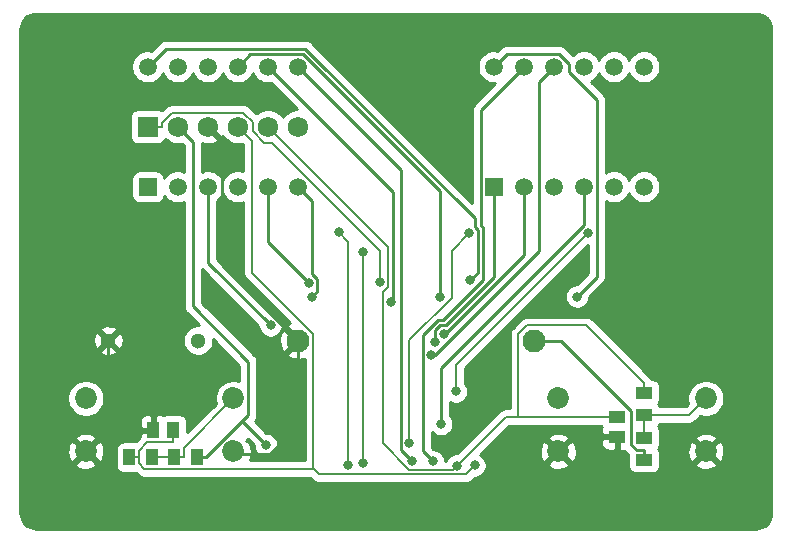
<source format=gbr>
%TF.GenerationSoftware,KiCad,Pcbnew,(5.1.10)-1*%
%TF.CreationDate,2021-07-06T17:58:10+02:00*%
%TF.ProjectId,StopWatch,53746f70-5761-4746-9368-2e6b69636164,rev?*%
%TF.SameCoordinates,Original*%
%TF.FileFunction,Copper,L2,Bot*%
%TF.FilePolarity,Positive*%
%FSLAX46Y46*%
G04 Gerber Fmt 4.6, Leading zero omitted, Abs format (unit mm)*
G04 Created by KiCad (PCBNEW (5.1.10)-1) date 2021-07-06 17:58:10*
%MOMM*%
%LPD*%
G01*
G04 APERTURE LIST*
%TA.AperFunction,ComponentPad*%
%ADD10C,1.500000*%
%TD*%
%TA.AperFunction,ComponentPad*%
%ADD11R,1.500000X1.500000*%
%TD*%
%TA.AperFunction,ComponentPad*%
%ADD12C,1.850000*%
%TD*%
%TA.AperFunction,ComponentPad*%
%ADD13C,1.950000*%
%TD*%
%TA.AperFunction,SMDPad,CuDef*%
%ADD14R,1.000000X1.400000*%
%TD*%
%TA.AperFunction,SMDPad,CuDef*%
%ADD15R,1.400000X1.000000*%
%TD*%
%TA.AperFunction,ComponentPad*%
%ADD16C,1.300000*%
%TD*%
%TA.AperFunction,ComponentPad*%
%ADD17C,1.725000*%
%TD*%
%TA.AperFunction,ComponentPad*%
%ADD18R,1.725000X1.725000*%
%TD*%
%TA.AperFunction,SMDPad,CuDef*%
%ADD19R,1.050000X1.470000*%
%TD*%
%TA.AperFunction,SMDPad,CuDef*%
%ADD20R,1.470000X1.050000*%
%TD*%
%TA.AperFunction,ViaPad*%
%ADD21C,3.750000*%
%TD*%
%TA.AperFunction,ViaPad*%
%ADD22C,0.800000*%
%TD*%
%TA.AperFunction,Conductor*%
%ADD23C,0.250000*%
%TD*%
%TA.AperFunction,Conductor*%
%ADD24C,0.200000*%
%TD*%
%TA.AperFunction,Conductor*%
%ADD25C,0.254000*%
%TD*%
%TA.AperFunction,Conductor*%
%ADD26C,0.100000*%
%TD*%
G04 APERTURE END LIST*
D10*
%TO.P,U3,5*%
%TO.N,/D_g*%
X76970000Y-46360000D03*
%TO.P,U3,11*%
%TO.N,/D_a*%
X69350000Y-36200000D03*
%TO.P,U3,12*%
%TO.N,/CC_5*%
X66810000Y-36200000D03*
%TO.P,U3,10*%
%TO.N,/D_f*%
X71890000Y-36200000D03*
%TO.P,U3,9*%
%TO.N,/CC_6*%
X74430000Y-36200000D03*
%TO.P,U3,8*%
%TO.N,/CC_7*%
X76970000Y-36200000D03*
%TO.P,U3,6*%
%TO.N,/CC_8*%
X79510000Y-46360000D03*
%TO.P,U3,7*%
%TO.N,/D_b*%
X79510000Y-36200000D03*
%TO.P,U3,3*%
%TO.N,/D_dp*%
X71890000Y-46360000D03*
%TO.P,U3,4*%
%TO.N,/D_c*%
X74430000Y-46360000D03*
D11*
%TO.P,U3,1*%
%TO.N,/D_e*%
X66810000Y-46360000D03*
D10*
%TO.P,U3,2*%
%TO.N,/D_d*%
X69350000Y-46360000D03*
%TD*%
%TO.P,U1,12*%
%TO.N,/CC_1*%
X37500000Y-36200000D03*
%TO.P,U1,11*%
%TO.N,/D_a*%
X40040000Y-36200000D03*
%TO.P,U1,10*%
%TO.N,/D_f*%
X42580000Y-36200000D03*
%TO.P,U1,9*%
%TO.N,/CC_2*%
X45120000Y-36200000D03*
%TO.P,U1,8*%
%TO.N,/CC_3*%
X47660000Y-36200000D03*
%TO.P,U1,7*%
%TO.N,/D_b*%
X50200000Y-36200000D03*
%TO.P,U1,6*%
%TO.N,/CC_4*%
X50200000Y-46360000D03*
%TO.P,U1,5*%
%TO.N,/D_g*%
X47660000Y-46360000D03*
%TO.P,U1,4*%
%TO.N,/D_c*%
X45120000Y-46360000D03*
%TO.P,U1,3*%
%TO.N,/D_dp*%
X42580000Y-46360000D03*
%TO.P,U1,2*%
%TO.N,/D_d*%
X40040000Y-46360000D03*
D11*
%TO.P,U1,1*%
%TO.N,/D_e*%
X37500000Y-46360000D03*
%TD*%
D12*
%TO.P,S1,4*%
%TO.N,Net-(R11-Pad1)*%
X72252000Y-64256000D03*
%TO.P,S1,3*%
X84752000Y-64256000D03*
%TO.P,S1,2*%
%TO.N,gnd*%
X72252000Y-68756000D03*
%TO.P,S1,1*%
X84752000Y-68756000D03*
%TD*%
%TO.P,S2,4*%
%TO.N,Net-(R15-Pad1)*%
X32252000Y-64256000D03*
%TO.P,S2,3*%
X44752000Y-64256000D03*
%TO.P,S2,2*%
%TO.N,gnd*%
X32252000Y-68756000D03*
%TO.P,S2,1*%
X44752000Y-68756000D03*
%TD*%
D13*
%TO.P,U2,2*%
%TO.N,gnd*%
X50228500Y-59378700D03*
%TO.P,U2,1*%
%TO.N,+3V*%
X70228500Y-59378700D03*
%TD*%
D14*
%TO.P,R16,2*%
%TO.N,/B_1*%
X35916900Y-69246200D03*
%TO.P,R16,1*%
%TO.N,Net-(R15-Pad1)*%
X37816900Y-69246200D03*
%TD*%
%TO.P,R15,2*%
%TO.N,+3V*%
X41626900Y-69246200D03*
%TO.P,R15,1*%
%TO.N,Net-(R15-Pad1)*%
X39726900Y-69246200D03*
%TD*%
D15*
%TO.P,R12,2*%
%TO.N,/B_2*%
X79518000Y-63778000D03*
%TO.P,R12,1*%
%TO.N,Net-(R11-Pad1)*%
X79518000Y-65678000D03*
%TD*%
%TO.P,R11,2*%
%TO.N,+3V*%
X79518000Y-69488000D03*
%TO.P,R11,1*%
%TO.N,Net-(R11-Pad1)*%
X79518000Y-67588000D03*
%TD*%
D16*
%TO.P,LS1,2*%
%TO.N,gnd*%
X34157600Y-59378700D03*
%TO.P,LS1,1*%
%TO.N,Net-(LS1-Pad1)*%
X41757600Y-59378700D03*
%TD*%
D17*
%TO.P,J1,6*%
%TO.N,Net-(J1-Pad6)*%
X50200000Y-41265000D03*
%TO.P,J1,5*%
%TO.N,/B_2*%
X47660000Y-41265000D03*
%TO.P,J1,4*%
%TO.N,/B_1*%
X45120000Y-41265000D03*
%TO.P,J1,3*%
%TO.N,gnd*%
X42580000Y-41265000D03*
%TO.P,J1,2*%
%TO.N,+3V*%
X40040000Y-41265000D03*
D18*
%TO.P,J1,1*%
%TO.N,/MCLR*%
X37500000Y-41265000D03*
%TD*%
D19*
%TO.P,C3,2*%
%TO.N,gnd*%
X37980900Y-66960200D03*
%TO.P,C3,1*%
%TO.N,/B_1*%
X39660900Y-66960200D03*
%TD*%
D20*
%TO.P,C2,2*%
%TO.N,gnd*%
X77232000Y-67522000D03*
%TO.P,C2,1*%
%TO.N,/B_2*%
X77232000Y-65842000D03*
%TD*%
D21*
%TO.N,gnd*%
X88500000Y-33500000D03*
X88500000Y-73500000D03*
X28500000Y-73500000D03*
X28500000Y-33500000D03*
D22*
%TO.N,+3V*%
X47489400Y-68216600D03*
%TO.N,/B_2*%
X63671000Y-69964400D03*
%TO.N,/B_1*%
X65169500Y-69942700D03*
%TO.N,/D_a*%
X61635800Y-69610300D03*
%TO.N,/D_b*%
X59861000Y-69548800D03*
%TO.N,/D_c*%
X62327200Y-66436800D03*
%TO.N,/C_1*%
X64726600Y-50293300D03*
X59645700Y-68053800D03*
%TO.N,/C_2*%
X55693200Y-51851800D03*
X55731700Y-69701200D03*
%TO.N,/C_3*%
X53646900Y-50221000D03*
X54442500Y-69929800D03*
%TO.N,/D_dp*%
X47897600Y-58092000D03*
%TO.N,/D_g*%
X51117100Y-54482900D03*
%TO.N,/D_d*%
X62554200Y-58787000D03*
%TO.N,/D_e*%
X61815500Y-59537200D03*
%TO.N,/D_f*%
X61513800Y-60610200D03*
%TO.N,/CC_1*%
X64819200Y-54254100D03*
%TO.N,/CC_2*%
X62242400Y-55643600D03*
%TO.N,/CC_3*%
X58093800Y-56079200D03*
%TO.N,/CC_4*%
X51379600Y-55654100D03*
%TO.N,/MCLR*%
X57120300Y-54387300D03*
%TO.N,/C_U13*%
X74782200Y-50230000D03*
X63592200Y-63673300D03*
%TO.N,/CC_5*%
X73847400Y-55645000D03*
%TD*%
D23*
%TO.N,gnd*%
X44752000Y-68756000D02*
X44937900Y-68941900D01*
X44937900Y-68941900D02*
X47825700Y-68941900D01*
X47825700Y-68941900D02*
X50228500Y-66539100D01*
X50228500Y-66539100D02*
X50228500Y-59378700D01*
X34157600Y-66960200D02*
X37980900Y-66960200D01*
X32252000Y-68756000D02*
X34047800Y-66960200D01*
X34047800Y-66960200D02*
X34157600Y-66960200D01*
X34157600Y-66960200D02*
X34157600Y-59378700D01*
X42580000Y-41265000D02*
X43799300Y-42484300D01*
X43799300Y-42484300D02*
X43799300Y-52949500D01*
X43799300Y-52949500D02*
X50228500Y-59378700D01*
X77232000Y-67522000D02*
X73486000Y-67522000D01*
X73486000Y-67522000D02*
X72252000Y-68756000D01*
X88500000Y-73500000D02*
X88500000Y-72504000D01*
X88500000Y-72504000D02*
X84752000Y-68756000D01*
%TO.N,+3V*%
X45485600Y-66212800D02*
X46015800Y-65682600D01*
X46015800Y-65682600D02*
X46015800Y-61178100D01*
X46015800Y-61178100D02*
X41310000Y-56472300D01*
X41310000Y-56472300D02*
X41310000Y-42535000D01*
X41310000Y-42535000D02*
X40040000Y-41265000D01*
X42452200Y-69246200D02*
X45485600Y-66212800D01*
X45485600Y-66212800D02*
X47489400Y-68216600D01*
X41626900Y-69246200D02*
X42452200Y-69246200D01*
X79518000Y-69488000D02*
X79518000Y-68662700D01*
X70228500Y-59378700D02*
X72515000Y-59378700D01*
X72515000Y-59378700D02*
X78443400Y-65307100D01*
X78443400Y-65307100D02*
X78443400Y-68207100D01*
X78443400Y-68207100D02*
X78899000Y-68662700D01*
X78899000Y-68662700D02*
X79518000Y-68662700D01*
D24*
%TO.N,/B_2*%
X63671000Y-69964400D02*
X63324800Y-70310600D01*
X63324800Y-70310600D02*
X59623600Y-70310600D01*
X59623600Y-70310600D02*
X57393500Y-68080500D01*
X57393500Y-68080500D02*
X57393500Y-55264700D01*
X57393500Y-55264700D02*
X57860300Y-54797900D01*
X57860300Y-54797900D02*
X57860300Y-51465300D01*
X57860300Y-51465300D02*
X47660000Y-41265000D01*
X68878600Y-65842000D02*
X67793400Y-65842000D01*
X67793400Y-65842000D02*
X63671000Y-69964400D01*
X76196700Y-65842000D02*
X68878600Y-65842000D01*
X68878600Y-65842000D02*
X68878600Y-58847700D01*
X68878600Y-58847700D02*
X69644100Y-58082200D01*
X69644100Y-58082200D02*
X74622500Y-58082200D01*
X74622500Y-58082200D02*
X79518000Y-62977700D01*
X79518000Y-63778000D02*
X79518000Y-62977700D01*
X77232000Y-65842000D02*
X76196700Y-65842000D01*
%TO.N,/B_1*%
X51504700Y-70188200D02*
X51446300Y-70246600D01*
X51446300Y-70246600D02*
X37191800Y-70246600D01*
X37191800Y-70246600D02*
X36717200Y-69772000D01*
X36717200Y-69772000D02*
X36717200Y-69246200D01*
X45120000Y-41265000D02*
X46299100Y-42444100D01*
X46299100Y-42444100D02*
X46299100Y-53616700D01*
X46299100Y-53616700D02*
X51504700Y-58822300D01*
X51504700Y-58822300D02*
X51504700Y-70188200D01*
X51504700Y-70188200D02*
X52027500Y-70711000D01*
X52027500Y-70711000D02*
X64401200Y-70711000D01*
X64401200Y-70711000D02*
X65169500Y-69942700D01*
X35916900Y-69246200D02*
X36717200Y-69246200D01*
X39660900Y-66960200D02*
X39660900Y-67995500D01*
X39660900Y-67995500D02*
X37442700Y-67995500D01*
X37442700Y-67995500D02*
X36717200Y-68721000D01*
X36717200Y-68721000D02*
X36717200Y-69246200D01*
D23*
%TO.N,/D_a*%
X61635800Y-69610300D02*
X60768900Y-68743400D01*
X60768900Y-68743400D02*
X60768900Y-58909500D01*
X60768900Y-58909500D02*
X62067100Y-57611300D01*
X62067100Y-57611300D02*
X62500600Y-57611300D01*
X62500600Y-57611300D02*
X65902200Y-54209700D01*
X65902200Y-54209700D02*
X65902200Y-49806200D01*
X65902200Y-49806200D02*
X65725000Y-49629000D01*
X65725000Y-49629000D02*
X65725000Y-39825000D01*
X65725000Y-39825000D02*
X69350000Y-36200000D01*
%TO.N,/D_b*%
X50200000Y-36200000D02*
X58920400Y-44920400D01*
X58920400Y-44920400D02*
X58920400Y-68608200D01*
X58920400Y-68608200D02*
X59861000Y-69548800D01*
%TO.N,/D_c*%
X74430000Y-46360000D02*
X74430000Y-49556400D01*
X74430000Y-49556400D02*
X62327200Y-61659200D01*
X62327200Y-61659200D02*
X62327200Y-66436800D01*
D24*
%TO.N,/C_1*%
X59645700Y-68053800D02*
X59645700Y-59351600D01*
X59645700Y-59351600D02*
X63252800Y-55744500D01*
X63252800Y-55744500D02*
X63252800Y-51767100D01*
X63252800Y-51767100D02*
X64726600Y-50293300D01*
%TO.N,/C_2*%
X55731700Y-69701200D02*
X55731700Y-51890300D01*
X55731700Y-51890300D02*
X55693200Y-51851800D01*
%TO.N,/C_3*%
X53646900Y-50221000D02*
X54442500Y-51016600D01*
X54442500Y-51016600D02*
X54442500Y-69929800D01*
D23*
%TO.N,/D_dp*%
X42580000Y-46360000D02*
X42580000Y-52774400D01*
X42580000Y-52774400D02*
X47897600Y-58092000D01*
%TO.N,/D_g*%
X51117100Y-54482900D02*
X47660000Y-51025800D01*
X47660000Y-51025800D02*
X47660000Y-46360000D01*
%TO.N,/D_d*%
X69350000Y-46360000D02*
X69350000Y-52118600D01*
X69350000Y-52118600D02*
X62681600Y-58787000D01*
X62681600Y-58787000D02*
X62554200Y-58787000D01*
%TO.N,/D_e*%
X66810000Y-46360000D02*
X66810000Y-54014700D01*
X66810000Y-54014700D02*
X62763100Y-58061600D01*
X62763100Y-58061600D02*
X62253700Y-58061600D01*
X62253700Y-58061600D02*
X61815500Y-58499800D01*
X61815500Y-58499800D02*
X61815500Y-59537200D01*
%TO.N,/D_f*%
X71890000Y-36200000D02*
X70620000Y-37470000D01*
X70620000Y-37470000D02*
X70620000Y-51787900D01*
X70620000Y-51787900D02*
X61797700Y-60610200D01*
X61797700Y-60610200D02*
X61513800Y-60610200D01*
%TO.N,/CC_1*%
X64819200Y-54254100D02*
X65451900Y-53621400D01*
X65451900Y-53621400D02*
X65451900Y-49992800D01*
X65451900Y-49992800D02*
X65215500Y-49756400D01*
X65215500Y-49756400D02*
X65215500Y-49018400D01*
X65215500Y-49018400D02*
X50848300Y-34651200D01*
X50848300Y-34651200D02*
X39048800Y-34651200D01*
X39048800Y-34651200D02*
X37500000Y-36200000D01*
%TO.N,/CC_2*%
X45120000Y-36200000D02*
X46195400Y-35124600D01*
X46195400Y-35124600D02*
X50657300Y-35124600D01*
X50657300Y-35124600D02*
X62242400Y-46709700D01*
X62242400Y-46709700D02*
X62242400Y-55643600D01*
%TO.N,/CC_3*%
X58093800Y-56079200D02*
X58285600Y-55887400D01*
X58285600Y-55887400D02*
X58285600Y-46825600D01*
X58285600Y-46825600D02*
X47660000Y-36200000D01*
%TO.N,/CC_4*%
X51379600Y-55654100D02*
X51842400Y-55191300D01*
X51842400Y-55191300D02*
X51842400Y-54182400D01*
X51842400Y-54182400D02*
X51379700Y-53719700D01*
X51379700Y-53719700D02*
X51379600Y-53719700D01*
X51379600Y-53719700D02*
X51379600Y-47539600D01*
X51379600Y-47539600D02*
X50200000Y-46360000D01*
D24*
%TO.N,Net-(R11-Pad1)*%
X79518000Y-67588000D02*
X79518000Y-65678000D01*
X84752000Y-64256000D02*
X83330000Y-65678000D01*
X83330000Y-65678000D02*
X79518000Y-65678000D01*
%TO.N,Net-(R15-Pad1)*%
X39726900Y-69246200D02*
X40527200Y-69246200D01*
X44752000Y-64256000D02*
X40527200Y-68480800D01*
X40527200Y-68480800D02*
X40527200Y-69246200D01*
X38617200Y-69246200D02*
X39726900Y-69246200D01*
X37816900Y-69246200D02*
X38617200Y-69246200D01*
%TO.N,/MCLR*%
X37500000Y-41265000D02*
X38662800Y-41265000D01*
X38662800Y-41265000D02*
X38662800Y-40974300D01*
X38662800Y-40974300D02*
X39556900Y-40080200D01*
X39556900Y-40080200D02*
X45591600Y-40080200D01*
X45591600Y-40080200D02*
X46390000Y-40878600D01*
X46390000Y-40878600D02*
X46390000Y-41648500D01*
X46390000Y-41648500D02*
X47363500Y-42622000D01*
X47363500Y-42622000D02*
X47984000Y-42622000D01*
X47984000Y-42622000D02*
X57120300Y-51758300D01*
X57120300Y-51758300D02*
X57120300Y-54387300D01*
%TO.N,/C_U13*%
X63592200Y-63673300D02*
X63592200Y-61420000D01*
X63592200Y-61420000D02*
X74782200Y-50230000D01*
D23*
%TO.N,/CC_5*%
X66810000Y-36200000D02*
X67901100Y-35108900D01*
X67901100Y-35108900D02*
X72326200Y-35108900D01*
X72326200Y-35108900D02*
X73160000Y-35942700D01*
X73160000Y-35942700D02*
X73160000Y-36630200D01*
X73160000Y-36630200D02*
X75532300Y-39002500D01*
X75532300Y-39002500D02*
X75532300Y-53960100D01*
X75532300Y-53960100D02*
X73847400Y-55645000D01*
%TD*%
D25*
%TO.N,gnd*%
X89249899Y-31737907D02*
X89490285Y-31810484D01*
X89711991Y-31928368D01*
X89906577Y-32087068D01*
X90066635Y-32280545D01*
X90186064Y-32501424D01*
X90260317Y-32741297D01*
X90290000Y-33023716D01*
X90290001Y-73965269D01*
X90262093Y-74249899D01*
X90189517Y-74490282D01*
X90071633Y-74711989D01*
X89912929Y-74906580D01*
X89719455Y-75066635D01*
X89498576Y-75186064D01*
X89258701Y-75260317D01*
X88976291Y-75290000D01*
X28034721Y-75290000D01*
X27750101Y-75262093D01*
X27509718Y-75189517D01*
X27288011Y-75071633D01*
X27093420Y-74912929D01*
X26933365Y-74719455D01*
X26813936Y-74498576D01*
X26739683Y-74258701D01*
X26710000Y-73976291D01*
X26710000Y-69837917D01*
X31349688Y-69837917D01*
X31436393Y-70094653D01*
X31713223Y-70228048D01*
X32010757Y-70304873D01*
X32317562Y-70322176D01*
X32621848Y-70279292D01*
X32911921Y-70177868D01*
X33067607Y-70094653D01*
X33154312Y-69837917D01*
X32252000Y-68935605D01*
X31349688Y-69837917D01*
X26710000Y-69837917D01*
X26710000Y-68821562D01*
X30685824Y-68821562D01*
X30728708Y-69125848D01*
X30830132Y-69415921D01*
X30913347Y-69571607D01*
X31170083Y-69658312D01*
X32072395Y-68756000D01*
X32431605Y-68756000D01*
X33333917Y-69658312D01*
X33590653Y-69571607D01*
X33724048Y-69294777D01*
X33800873Y-68997243D01*
X33818176Y-68690438D01*
X33797849Y-68546200D01*
X34778828Y-68546200D01*
X34778828Y-69946200D01*
X34791088Y-70070682D01*
X34827398Y-70190380D01*
X34886363Y-70300694D01*
X34965715Y-70397385D01*
X35062406Y-70476737D01*
X35172720Y-70535702D01*
X35292418Y-70572012D01*
X35416900Y-70584272D01*
X36416900Y-70584272D01*
X36483470Y-70577716D01*
X36646541Y-70740787D01*
X36669562Y-70768838D01*
X36774654Y-70855085D01*
X36781480Y-70860687D01*
X36909166Y-70928937D01*
X37047715Y-70970965D01*
X37191800Y-70985156D01*
X37227905Y-70981600D01*
X51258653Y-70981600D01*
X51482246Y-71205192D01*
X51505262Y-71233238D01*
X51617180Y-71325087D01*
X51744867Y-71393337D01*
X51883415Y-71435365D01*
X52027500Y-71449556D01*
X52063605Y-71446000D01*
X64365095Y-71446000D01*
X64401200Y-71449556D01*
X64437305Y-71446000D01*
X64545285Y-71435365D01*
X64683833Y-71393337D01*
X64811520Y-71325087D01*
X64923438Y-71233238D01*
X64946458Y-71205188D01*
X65173946Y-70977700D01*
X65271439Y-70977700D01*
X65471398Y-70937926D01*
X65659756Y-70859905D01*
X65829274Y-70746637D01*
X65973437Y-70602474D01*
X66086705Y-70432956D01*
X66164726Y-70244598D01*
X66204500Y-70044639D01*
X66204500Y-69840761D01*
X66203935Y-69837917D01*
X71349688Y-69837917D01*
X71436393Y-70094653D01*
X71713223Y-70228048D01*
X72010757Y-70304873D01*
X72317562Y-70322176D01*
X72621848Y-70279292D01*
X72911921Y-70177868D01*
X73067607Y-70094653D01*
X73154312Y-69837917D01*
X72252000Y-68935605D01*
X71349688Y-69837917D01*
X66203935Y-69837917D01*
X66164726Y-69640802D01*
X66086705Y-69452444D01*
X65973437Y-69282926D01*
X65829274Y-69138763D01*
X65659756Y-69025495D01*
X65652399Y-69022448D01*
X65853285Y-68821562D01*
X70685824Y-68821562D01*
X70728708Y-69125848D01*
X70830132Y-69415921D01*
X70913347Y-69571607D01*
X71170083Y-69658312D01*
X72072395Y-68756000D01*
X72431605Y-68756000D01*
X73333917Y-69658312D01*
X73590653Y-69571607D01*
X73724048Y-69294777D01*
X73800873Y-68997243D01*
X73818176Y-68690438D01*
X73775292Y-68386152D01*
X73673868Y-68096079D01*
X73647636Y-68047000D01*
X75858928Y-68047000D01*
X75871188Y-68171482D01*
X75907498Y-68291180D01*
X75966463Y-68401494D01*
X76045815Y-68498185D01*
X76142506Y-68577537D01*
X76252820Y-68636502D01*
X76372518Y-68672812D01*
X76497000Y-68685072D01*
X76946250Y-68682000D01*
X77105000Y-68523250D01*
X77105000Y-67649000D01*
X76020750Y-67649000D01*
X75862000Y-67807750D01*
X75858928Y-68047000D01*
X73647636Y-68047000D01*
X73590653Y-67940393D01*
X73333917Y-67853688D01*
X72431605Y-68756000D01*
X72072395Y-68756000D01*
X71170083Y-67853688D01*
X70913347Y-67940393D01*
X70779952Y-68217223D01*
X70703127Y-68514757D01*
X70685824Y-68821562D01*
X65853285Y-68821562D01*
X67000764Y-67674083D01*
X71349688Y-67674083D01*
X72252000Y-68576395D01*
X73154312Y-67674083D01*
X73067607Y-67417347D01*
X72790777Y-67283952D01*
X72493243Y-67207127D01*
X72186438Y-67189824D01*
X71882152Y-67232708D01*
X71592079Y-67334132D01*
X71436393Y-67417347D01*
X71349688Y-67674083D01*
X67000764Y-67674083D01*
X68097847Y-66577000D01*
X68842495Y-66577000D01*
X68878600Y-66580556D01*
X68914705Y-66577000D01*
X75897130Y-66577000D01*
X75907498Y-66611180D01*
X75945353Y-66682000D01*
X75907498Y-66752820D01*
X75871188Y-66872518D01*
X75858928Y-66997000D01*
X75862000Y-67236250D01*
X76020750Y-67395000D01*
X77105000Y-67395000D01*
X77105000Y-67375000D01*
X77359000Y-67375000D01*
X77359000Y-67395000D01*
X77379000Y-67395000D01*
X77379000Y-67649000D01*
X77359000Y-67649000D01*
X77359000Y-68523250D01*
X77517750Y-68682000D01*
X77851847Y-68684285D01*
X77870372Y-68706856D01*
X77903400Y-68747101D01*
X77932398Y-68770899D01*
X78179928Y-69018429D01*
X78179928Y-69988000D01*
X78192188Y-70112482D01*
X78228498Y-70232180D01*
X78287463Y-70342494D01*
X78366815Y-70439185D01*
X78463506Y-70518537D01*
X78573820Y-70577502D01*
X78693518Y-70613812D01*
X78818000Y-70626072D01*
X80218000Y-70626072D01*
X80342482Y-70613812D01*
X80462180Y-70577502D01*
X80572494Y-70518537D01*
X80669185Y-70439185D01*
X80748537Y-70342494D01*
X80807502Y-70232180D01*
X80843812Y-70112482D01*
X80856072Y-69988000D01*
X80856072Y-69837917D01*
X83849688Y-69837917D01*
X83936393Y-70094653D01*
X84213223Y-70228048D01*
X84510757Y-70304873D01*
X84817562Y-70322176D01*
X85121848Y-70279292D01*
X85411921Y-70177868D01*
X85567607Y-70094653D01*
X85654312Y-69837917D01*
X84752000Y-68935605D01*
X83849688Y-69837917D01*
X80856072Y-69837917D01*
X80856072Y-68988000D01*
X80843812Y-68863518D01*
X80831085Y-68821562D01*
X83185824Y-68821562D01*
X83228708Y-69125848D01*
X83330132Y-69415921D01*
X83413347Y-69571607D01*
X83670083Y-69658312D01*
X84572395Y-68756000D01*
X84931605Y-68756000D01*
X85833917Y-69658312D01*
X86090653Y-69571607D01*
X86224048Y-69294777D01*
X86300873Y-68997243D01*
X86318176Y-68690438D01*
X86275292Y-68386152D01*
X86173868Y-68096079D01*
X86090653Y-67940393D01*
X85833917Y-67853688D01*
X84931605Y-68756000D01*
X84572395Y-68756000D01*
X83670083Y-67853688D01*
X83413347Y-67940393D01*
X83279952Y-68217223D01*
X83203127Y-68514757D01*
X83185824Y-68821562D01*
X80831085Y-68821562D01*
X80807502Y-68743820D01*
X80748537Y-68633506D01*
X80670158Y-68538000D01*
X80748537Y-68442494D01*
X80807502Y-68332180D01*
X80843812Y-68212482D01*
X80856072Y-68088000D01*
X80856072Y-67674083D01*
X83849688Y-67674083D01*
X84752000Y-68576395D01*
X85654312Y-67674083D01*
X85567607Y-67417347D01*
X85290777Y-67283952D01*
X84993243Y-67207127D01*
X84686438Y-67189824D01*
X84382152Y-67232708D01*
X84092079Y-67334132D01*
X83936393Y-67417347D01*
X83849688Y-67674083D01*
X80856072Y-67674083D01*
X80856072Y-67088000D01*
X80843812Y-66963518D01*
X80807502Y-66843820D01*
X80748537Y-66733506D01*
X80669185Y-66636815D01*
X80664536Y-66633000D01*
X80669185Y-66629185D01*
X80748537Y-66532494D01*
X80807502Y-66422180D01*
X80810287Y-66413000D01*
X83293895Y-66413000D01*
X83330000Y-66416556D01*
X83366105Y-66413000D01*
X83474085Y-66402365D01*
X83612633Y-66360337D01*
X83740320Y-66292087D01*
X83852238Y-66200238D01*
X83875258Y-66172188D01*
X84293027Y-65754419D01*
X84296965Y-65756050D01*
X84598353Y-65816000D01*
X84905647Y-65816000D01*
X85207035Y-65756050D01*
X85490937Y-65638454D01*
X85746442Y-65467731D01*
X85963731Y-65250442D01*
X86134454Y-64994937D01*
X86252050Y-64711035D01*
X86312000Y-64409647D01*
X86312000Y-64102353D01*
X86252050Y-63800965D01*
X86134454Y-63517063D01*
X85963731Y-63261558D01*
X85746442Y-63044269D01*
X85490937Y-62873546D01*
X85207035Y-62755950D01*
X84905647Y-62696000D01*
X84598353Y-62696000D01*
X84296965Y-62755950D01*
X84013063Y-62873546D01*
X83757558Y-63044269D01*
X83540269Y-63261558D01*
X83369546Y-63517063D01*
X83251950Y-63800965D01*
X83192000Y-64102353D01*
X83192000Y-64409647D01*
X83251950Y-64711035D01*
X83253581Y-64714973D01*
X83025554Y-64943000D01*
X80810287Y-64943000D01*
X80807502Y-64933820D01*
X80748537Y-64823506D01*
X80670158Y-64728000D01*
X80748537Y-64632494D01*
X80807502Y-64522180D01*
X80843812Y-64402482D01*
X80856072Y-64278000D01*
X80856072Y-63278000D01*
X80843812Y-63153518D01*
X80807502Y-63033820D01*
X80748537Y-62923506D01*
X80669185Y-62826815D01*
X80572494Y-62747463D01*
X80462180Y-62688498D01*
X80342482Y-62652188D01*
X80218000Y-62639928D01*
X80170865Y-62639928D01*
X80132087Y-62567380D01*
X80040238Y-62455462D01*
X80012193Y-62432446D01*
X75167759Y-57588013D01*
X75144738Y-57559962D01*
X75032820Y-57468113D01*
X74905133Y-57399863D01*
X74766585Y-57357835D01*
X74658605Y-57347200D01*
X74622500Y-57343644D01*
X74586395Y-57347200D01*
X69680194Y-57347200D01*
X69644099Y-57343645D01*
X69608004Y-57347200D01*
X69607995Y-57347200D01*
X69500015Y-57357835D01*
X69361467Y-57399863D01*
X69233780Y-57468113D01*
X69121862Y-57559962D01*
X69098846Y-57588007D01*
X68384408Y-58302446D01*
X68356363Y-58325462D01*
X68264514Y-58437380D01*
X68199208Y-58559560D01*
X68196264Y-58565067D01*
X68154235Y-58703615D01*
X68140044Y-58847700D01*
X68143601Y-58883815D01*
X68143600Y-65107000D01*
X67829505Y-65107000D01*
X67793400Y-65103444D01*
X67649314Y-65117635D01*
X67607286Y-65130384D01*
X67510767Y-65159663D01*
X67383080Y-65227913D01*
X67271162Y-65319762D01*
X67248146Y-65347807D01*
X63666554Y-68929400D01*
X63569061Y-68929400D01*
X63369102Y-68969174D01*
X63180744Y-69047195D01*
X63011226Y-69160463D01*
X62867063Y-69304626D01*
X62753795Y-69474144D01*
X62711770Y-69575600D01*
X62670800Y-69575600D01*
X62670800Y-69508361D01*
X62631026Y-69308402D01*
X62553005Y-69120044D01*
X62439737Y-68950526D01*
X62295574Y-68806363D01*
X62126056Y-68693095D01*
X61937698Y-68615074D01*
X61737739Y-68575300D01*
X61675601Y-68575300D01*
X61528900Y-68428599D01*
X61528900Y-67102211D01*
X61667426Y-67240737D01*
X61836944Y-67354005D01*
X62025302Y-67432026D01*
X62225261Y-67471800D01*
X62429139Y-67471800D01*
X62629098Y-67432026D01*
X62817456Y-67354005D01*
X62986974Y-67240737D01*
X63131137Y-67096574D01*
X63244405Y-66927056D01*
X63322426Y-66738698D01*
X63362200Y-66538739D01*
X63362200Y-66334861D01*
X63322426Y-66134902D01*
X63244405Y-65946544D01*
X63131137Y-65777026D01*
X63087200Y-65733089D01*
X63087200Y-64580653D01*
X63101944Y-64590505D01*
X63290302Y-64668526D01*
X63490261Y-64708300D01*
X63694139Y-64708300D01*
X63894098Y-64668526D01*
X64082456Y-64590505D01*
X64251974Y-64477237D01*
X64396137Y-64333074D01*
X64509405Y-64163556D01*
X64587426Y-63975198D01*
X64627200Y-63775239D01*
X64627200Y-63571361D01*
X64587426Y-63371402D01*
X64509405Y-63183044D01*
X64396137Y-63013526D01*
X64327200Y-62944589D01*
X64327200Y-61724446D01*
X74772301Y-51279346D01*
X74772301Y-53645296D01*
X73807598Y-54610000D01*
X73745461Y-54610000D01*
X73545502Y-54649774D01*
X73357144Y-54727795D01*
X73187626Y-54841063D01*
X73043463Y-54985226D01*
X72930195Y-55154744D01*
X72852174Y-55343102D01*
X72812400Y-55543061D01*
X72812400Y-55746939D01*
X72852174Y-55946898D01*
X72930195Y-56135256D01*
X73043463Y-56304774D01*
X73187626Y-56448937D01*
X73357144Y-56562205D01*
X73545502Y-56640226D01*
X73745461Y-56680000D01*
X73949339Y-56680000D01*
X74149298Y-56640226D01*
X74337656Y-56562205D01*
X74507174Y-56448937D01*
X74651337Y-56304774D01*
X74764605Y-56135256D01*
X74842626Y-55946898D01*
X74882400Y-55746939D01*
X74882400Y-55684802D01*
X76043308Y-54523895D01*
X76072301Y-54500101D01*
X76096095Y-54471108D01*
X76096099Y-54471104D01*
X76154111Y-54400415D01*
X76167274Y-54384376D01*
X76237846Y-54252347D01*
X76281303Y-54109086D01*
X76292300Y-53997433D01*
X76292300Y-53997424D01*
X76295976Y-53960101D01*
X76292300Y-53922778D01*
X76292300Y-47572900D01*
X76313957Y-47587371D01*
X76566011Y-47691775D01*
X76833589Y-47745000D01*
X77106411Y-47745000D01*
X77373989Y-47691775D01*
X77626043Y-47587371D01*
X77852886Y-47435799D01*
X78045799Y-47242886D01*
X78197371Y-47016043D01*
X78240000Y-46913127D01*
X78282629Y-47016043D01*
X78434201Y-47242886D01*
X78627114Y-47435799D01*
X78853957Y-47587371D01*
X79106011Y-47691775D01*
X79373589Y-47745000D01*
X79646411Y-47745000D01*
X79913989Y-47691775D01*
X80166043Y-47587371D01*
X80392886Y-47435799D01*
X80585799Y-47242886D01*
X80737371Y-47016043D01*
X80841775Y-46763989D01*
X80895000Y-46496411D01*
X80895000Y-46223589D01*
X80841775Y-45956011D01*
X80737371Y-45703957D01*
X80585799Y-45477114D01*
X80392886Y-45284201D01*
X80166043Y-45132629D01*
X79913989Y-45028225D01*
X79646411Y-44975000D01*
X79373589Y-44975000D01*
X79106011Y-45028225D01*
X78853957Y-45132629D01*
X78627114Y-45284201D01*
X78434201Y-45477114D01*
X78282629Y-45703957D01*
X78240000Y-45806873D01*
X78197371Y-45703957D01*
X78045799Y-45477114D01*
X77852886Y-45284201D01*
X77626043Y-45132629D01*
X77373989Y-45028225D01*
X77106411Y-44975000D01*
X76833589Y-44975000D01*
X76566011Y-45028225D01*
X76313957Y-45132629D01*
X76292300Y-45147100D01*
X76292300Y-39039823D01*
X76295976Y-39002500D01*
X76292300Y-38965177D01*
X76292300Y-38965167D01*
X76281303Y-38853514D01*
X76237846Y-38710253D01*
X76167274Y-38578224D01*
X76072301Y-38462499D01*
X76043304Y-38438702D01*
X75047809Y-37443208D01*
X75086043Y-37427371D01*
X75312886Y-37275799D01*
X75505799Y-37082886D01*
X75657371Y-36856043D01*
X75700000Y-36753127D01*
X75742629Y-36856043D01*
X75894201Y-37082886D01*
X76087114Y-37275799D01*
X76313957Y-37427371D01*
X76566011Y-37531775D01*
X76833589Y-37585000D01*
X77106411Y-37585000D01*
X77373989Y-37531775D01*
X77626043Y-37427371D01*
X77852886Y-37275799D01*
X78045799Y-37082886D01*
X78197371Y-36856043D01*
X78240000Y-36753127D01*
X78282629Y-36856043D01*
X78434201Y-37082886D01*
X78627114Y-37275799D01*
X78853957Y-37427371D01*
X79106011Y-37531775D01*
X79373589Y-37585000D01*
X79646411Y-37585000D01*
X79913989Y-37531775D01*
X80166043Y-37427371D01*
X80392886Y-37275799D01*
X80585799Y-37082886D01*
X80737371Y-36856043D01*
X80841775Y-36603989D01*
X80895000Y-36336411D01*
X80895000Y-36063589D01*
X80841775Y-35796011D01*
X80737371Y-35543957D01*
X80585799Y-35317114D01*
X80392886Y-35124201D01*
X80166043Y-34972629D01*
X79913989Y-34868225D01*
X79646411Y-34815000D01*
X79373589Y-34815000D01*
X79106011Y-34868225D01*
X78853957Y-34972629D01*
X78627114Y-35124201D01*
X78434201Y-35317114D01*
X78282629Y-35543957D01*
X78240000Y-35646873D01*
X78197371Y-35543957D01*
X78045799Y-35317114D01*
X77852886Y-35124201D01*
X77626043Y-34972629D01*
X77373989Y-34868225D01*
X77106411Y-34815000D01*
X76833589Y-34815000D01*
X76566011Y-34868225D01*
X76313957Y-34972629D01*
X76087114Y-35124201D01*
X75894201Y-35317114D01*
X75742629Y-35543957D01*
X75700000Y-35646873D01*
X75657371Y-35543957D01*
X75505799Y-35317114D01*
X75312886Y-35124201D01*
X75086043Y-34972629D01*
X74833989Y-34868225D01*
X74566411Y-34815000D01*
X74293589Y-34815000D01*
X74026011Y-34868225D01*
X73773957Y-34972629D01*
X73547114Y-35124201D01*
X73481708Y-35189607D01*
X72890003Y-34597902D01*
X72866201Y-34568899D01*
X72750476Y-34473926D01*
X72618447Y-34403354D01*
X72475186Y-34359897D01*
X72363533Y-34348900D01*
X72363522Y-34348900D01*
X72326200Y-34345224D01*
X72288878Y-34348900D01*
X67938422Y-34348900D01*
X67901099Y-34345224D01*
X67863776Y-34348900D01*
X67863767Y-34348900D01*
X67752114Y-34359897D01*
X67608853Y-34403354D01*
X67476824Y-34473926D01*
X67476822Y-34473927D01*
X67476823Y-34473927D01*
X67390096Y-34545101D01*
X67390092Y-34545105D01*
X67361099Y-34568899D01*
X67337305Y-34597892D01*
X67091364Y-34843833D01*
X66946411Y-34815000D01*
X66673589Y-34815000D01*
X66406011Y-34868225D01*
X66153957Y-34972629D01*
X65927114Y-35124201D01*
X65734201Y-35317114D01*
X65582629Y-35543957D01*
X65478225Y-35796011D01*
X65425000Y-36063589D01*
X65425000Y-36336411D01*
X65478225Y-36603989D01*
X65582629Y-36856043D01*
X65734201Y-37082886D01*
X65927114Y-37275799D01*
X66153957Y-37427371D01*
X66406011Y-37531775D01*
X66673589Y-37585000D01*
X66890199Y-37585000D01*
X65213998Y-39261201D01*
X65185000Y-39284999D01*
X65161202Y-39313997D01*
X65161201Y-39313998D01*
X65090026Y-39400724D01*
X65019454Y-39532754D01*
X65009279Y-39566299D01*
X64975998Y-39676014D01*
X64967290Y-39764428D01*
X64961324Y-39825000D01*
X64965001Y-39862332D01*
X64965000Y-47693098D01*
X51412104Y-34140203D01*
X51388301Y-34111199D01*
X51272576Y-34016226D01*
X51140547Y-33945654D01*
X50997286Y-33902197D01*
X50885633Y-33891200D01*
X50885622Y-33891200D01*
X50848300Y-33887524D01*
X50810978Y-33891200D01*
X39086123Y-33891200D01*
X39048800Y-33887524D01*
X39011477Y-33891200D01*
X39011467Y-33891200D01*
X38899814Y-33902197D01*
X38756553Y-33945654D01*
X38624523Y-34016226D01*
X38540883Y-34084868D01*
X38508799Y-34111199D01*
X38485001Y-34140197D01*
X37781365Y-34843833D01*
X37636411Y-34815000D01*
X37363589Y-34815000D01*
X37096011Y-34868225D01*
X36843957Y-34972629D01*
X36617114Y-35124201D01*
X36424201Y-35317114D01*
X36272629Y-35543957D01*
X36168225Y-35796011D01*
X36115000Y-36063589D01*
X36115000Y-36336411D01*
X36168225Y-36603989D01*
X36272629Y-36856043D01*
X36424201Y-37082886D01*
X36617114Y-37275799D01*
X36843957Y-37427371D01*
X37096011Y-37531775D01*
X37363589Y-37585000D01*
X37636411Y-37585000D01*
X37903989Y-37531775D01*
X38156043Y-37427371D01*
X38382886Y-37275799D01*
X38575799Y-37082886D01*
X38727371Y-36856043D01*
X38770000Y-36753127D01*
X38812629Y-36856043D01*
X38964201Y-37082886D01*
X39157114Y-37275799D01*
X39383957Y-37427371D01*
X39636011Y-37531775D01*
X39903589Y-37585000D01*
X40176411Y-37585000D01*
X40443989Y-37531775D01*
X40696043Y-37427371D01*
X40922886Y-37275799D01*
X41115799Y-37082886D01*
X41267371Y-36856043D01*
X41310000Y-36753127D01*
X41352629Y-36856043D01*
X41504201Y-37082886D01*
X41697114Y-37275799D01*
X41923957Y-37427371D01*
X42176011Y-37531775D01*
X42443589Y-37585000D01*
X42716411Y-37585000D01*
X42983989Y-37531775D01*
X43236043Y-37427371D01*
X43462886Y-37275799D01*
X43655799Y-37082886D01*
X43807371Y-36856043D01*
X43850000Y-36753127D01*
X43892629Y-36856043D01*
X44044201Y-37082886D01*
X44237114Y-37275799D01*
X44463957Y-37427371D01*
X44716011Y-37531775D01*
X44983589Y-37585000D01*
X45256411Y-37585000D01*
X45523989Y-37531775D01*
X45776043Y-37427371D01*
X46002886Y-37275799D01*
X46195799Y-37082886D01*
X46347371Y-36856043D01*
X46390000Y-36753127D01*
X46432629Y-36856043D01*
X46584201Y-37082886D01*
X46777114Y-37275799D01*
X47003957Y-37427371D01*
X47256011Y-37531775D01*
X47523589Y-37585000D01*
X47796411Y-37585000D01*
X47941365Y-37556167D01*
X50152699Y-39767500D01*
X50052509Y-39767500D01*
X49763195Y-39825048D01*
X49490668Y-39937933D01*
X49245399Y-40101816D01*
X49036816Y-40310399D01*
X48930000Y-40470261D01*
X48823184Y-40310399D01*
X48614601Y-40101816D01*
X48369332Y-39937933D01*
X48096805Y-39825048D01*
X47807491Y-39767500D01*
X47512509Y-39767500D01*
X47223195Y-39825048D01*
X46950668Y-39937933D01*
X46705399Y-40101816D01*
X46679031Y-40128184D01*
X46136858Y-39586012D01*
X46113838Y-39557962D01*
X46001920Y-39466113D01*
X45874233Y-39397863D01*
X45735685Y-39355835D01*
X45627705Y-39345200D01*
X45591600Y-39341644D01*
X45555495Y-39345200D01*
X39592994Y-39345200D01*
X39556899Y-39341645D01*
X39520804Y-39345200D01*
X39520795Y-39345200D01*
X39412815Y-39355835D01*
X39274267Y-39397863D01*
X39146580Y-39466113D01*
X39034662Y-39557962D01*
X39011646Y-39586007D01*
X38721770Y-39875883D01*
X38716994Y-39871963D01*
X38606680Y-39812998D01*
X38486982Y-39776688D01*
X38362500Y-39764428D01*
X36637500Y-39764428D01*
X36513018Y-39776688D01*
X36393320Y-39812998D01*
X36283006Y-39871963D01*
X36186315Y-39951315D01*
X36106963Y-40048006D01*
X36047998Y-40158320D01*
X36011688Y-40278018D01*
X35999428Y-40402500D01*
X35999428Y-42127500D01*
X36011688Y-42251982D01*
X36047998Y-42371680D01*
X36106963Y-42481994D01*
X36186315Y-42578685D01*
X36283006Y-42658037D01*
X36393320Y-42717002D01*
X36513018Y-42753312D01*
X36637500Y-42765572D01*
X38362500Y-42765572D01*
X38486982Y-42753312D01*
X38606680Y-42717002D01*
X38716994Y-42658037D01*
X38813685Y-42578685D01*
X38893037Y-42481994D01*
X38952002Y-42371680D01*
X38969898Y-42312683D01*
X39085399Y-42428184D01*
X39330668Y-42592067D01*
X39603195Y-42704952D01*
X39892509Y-42762500D01*
X40187491Y-42762500D01*
X40417039Y-42716840D01*
X40550001Y-42849803D01*
X40550001Y-45072136D01*
X40443989Y-45028225D01*
X40176411Y-44975000D01*
X39903589Y-44975000D01*
X39636011Y-45028225D01*
X39383957Y-45132629D01*
X39157114Y-45284201D01*
X38964201Y-45477114D01*
X38886445Y-45593483D01*
X38875812Y-45485518D01*
X38839502Y-45365820D01*
X38780537Y-45255506D01*
X38701185Y-45158815D01*
X38604494Y-45079463D01*
X38494180Y-45020498D01*
X38374482Y-44984188D01*
X38250000Y-44971928D01*
X36750000Y-44971928D01*
X36625518Y-44984188D01*
X36505820Y-45020498D01*
X36395506Y-45079463D01*
X36298815Y-45158815D01*
X36219463Y-45255506D01*
X36160498Y-45365820D01*
X36124188Y-45485518D01*
X36111928Y-45610000D01*
X36111928Y-47110000D01*
X36124188Y-47234482D01*
X36160498Y-47354180D01*
X36219463Y-47464494D01*
X36298815Y-47561185D01*
X36395506Y-47640537D01*
X36505820Y-47699502D01*
X36625518Y-47735812D01*
X36750000Y-47748072D01*
X38250000Y-47748072D01*
X38374482Y-47735812D01*
X38494180Y-47699502D01*
X38604494Y-47640537D01*
X38701185Y-47561185D01*
X38780537Y-47464494D01*
X38839502Y-47354180D01*
X38875812Y-47234482D01*
X38886445Y-47126517D01*
X38964201Y-47242886D01*
X39157114Y-47435799D01*
X39383957Y-47587371D01*
X39636011Y-47691775D01*
X39903589Y-47745000D01*
X40176411Y-47745000D01*
X40443989Y-47691775D01*
X40550001Y-47647864D01*
X40550000Y-56434978D01*
X40546324Y-56472300D01*
X40550000Y-56509622D01*
X40550000Y-56509632D01*
X40560997Y-56621285D01*
X40589174Y-56714174D01*
X40604454Y-56764546D01*
X40675026Y-56896576D01*
X40714871Y-56945126D01*
X40769999Y-57012301D01*
X40799003Y-57036104D01*
X41856599Y-58093700D01*
X41631039Y-58093700D01*
X41382779Y-58143081D01*
X41148924Y-58239947D01*
X40938460Y-58380575D01*
X40759475Y-58559560D01*
X40618847Y-58770024D01*
X40521981Y-59003879D01*
X40472600Y-59252139D01*
X40472600Y-59505261D01*
X40521981Y-59753521D01*
X40618847Y-59987376D01*
X40759475Y-60197840D01*
X40938460Y-60376825D01*
X41148924Y-60517453D01*
X41382779Y-60614319D01*
X41631039Y-60663700D01*
X41884161Y-60663700D01*
X42132421Y-60614319D01*
X42366276Y-60517453D01*
X42576740Y-60376825D01*
X42755725Y-60197840D01*
X42896353Y-59987376D01*
X42993219Y-59753521D01*
X43042600Y-59505261D01*
X43042600Y-59279701D01*
X45255801Y-61492903D01*
X45255801Y-62776149D01*
X45207035Y-62755950D01*
X44905647Y-62696000D01*
X44598353Y-62696000D01*
X44296965Y-62755950D01*
X44013063Y-62873546D01*
X43757558Y-63044269D01*
X43540269Y-63261558D01*
X43369546Y-63517063D01*
X43251950Y-63800965D01*
X43192000Y-64102353D01*
X43192000Y-64409647D01*
X43251950Y-64711035D01*
X43253581Y-64714972D01*
X40823972Y-67144582D01*
X40823972Y-66225200D01*
X40811712Y-66100718D01*
X40775402Y-65981020D01*
X40716437Y-65870706D01*
X40637085Y-65774015D01*
X40540394Y-65694663D01*
X40430080Y-65635698D01*
X40310382Y-65599388D01*
X40185900Y-65587128D01*
X39135900Y-65587128D01*
X39011418Y-65599388D01*
X38891720Y-65635698D01*
X38820900Y-65673553D01*
X38750080Y-65635698D01*
X38630382Y-65599388D01*
X38505900Y-65587128D01*
X38266650Y-65590200D01*
X38107900Y-65748950D01*
X38107900Y-66833200D01*
X38127900Y-66833200D01*
X38127900Y-67087200D01*
X38107900Y-67087200D01*
X38107900Y-67107200D01*
X37853900Y-67107200D01*
X37853900Y-67087200D01*
X36979650Y-67087200D01*
X36820900Y-67245950D01*
X36818615Y-67580138D01*
X36484016Y-67914738D01*
X36416900Y-67908128D01*
X35416900Y-67908128D01*
X35292418Y-67920388D01*
X35172720Y-67956698D01*
X35062406Y-68015663D01*
X34965715Y-68095015D01*
X34886363Y-68191706D01*
X34827398Y-68302020D01*
X34791088Y-68421718D01*
X34778828Y-68546200D01*
X33797849Y-68546200D01*
X33775292Y-68386152D01*
X33673868Y-68096079D01*
X33590653Y-67940393D01*
X33333917Y-67853688D01*
X32431605Y-68756000D01*
X32072395Y-68756000D01*
X31170083Y-67853688D01*
X30913347Y-67940393D01*
X30779952Y-68217223D01*
X30703127Y-68514757D01*
X30685824Y-68821562D01*
X26710000Y-68821562D01*
X26710000Y-67674083D01*
X31349688Y-67674083D01*
X32252000Y-68576395D01*
X33154312Y-67674083D01*
X33067607Y-67417347D01*
X32790777Y-67283952D01*
X32493243Y-67207127D01*
X32186438Y-67189824D01*
X31882152Y-67232708D01*
X31592079Y-67334132D01*
X31436393Y-67417347D01*
X31349688Y-67674083D01*
X26710000Y-67674083D01*
X26710000Y-66225200D01*
X36817828Y-66225200D01*
X36820900Y-66674450D01*
X36979650Y-66833200D01*
X37853900Y-66833200D01*
X37853900Y-65748950D01*
X37695150Y-65590200D01*
X37455900Y-65587128D01*
X37331418Y-65599388D01*
X37211720Y-65635698D01*
X37101406Y-65694663D01*
X37004715Y-65774015D01*
X36925363Y-65870706D01*
X36866398Y-65981020D01*
X36830088Y-66100718D01*
X36817828Y-66225200D01*
X26710000Y-66225200D01*
X26710000Y-64102353D01*
X30692000Y-64102353D01*
X30692000Y-64409647D01*
X30751950Y-64711035D01*
X30869546Y-64994937D01*
X31040269Y-65250442D01*
X31257558Y-65467731D01*
X31513063Y-65638454D01*
X31796965Y-65756050D01*
X32098353Y-65816000D01*
X32405647Y-65816000D01*
X32707035Y-65756050D01*
X32990937Y-65638454D01*
X33246442Y-65467731D01*
X33463731Y-65250442D01*
X33634454Y-64994937D01*
X33752050Y-64711035D01*
X33812000Y-64409647D01*
X33812000Y-64102353D01*
X33752050Y-63800965D01*
X33634454Y-63517063D01*
X33463731Y-63261558D01*
X33246442Y-63044269D01*
X32990937Y-62873546D01*
X32707035Y-62755950D01*
X32405647Y-62696000D01*
X32098353Y-62696000D01*
X31796965Y-62755950D01*
X31513063Y-62873546D01*
X31257558Y-63044269D01*
X31040269Y-63261558D01*
X30869546Y-63517063D01*
X30751950Y-63800965D01*
X30692000Y-64102353D01*
X26710000Y-64102353D01*
X26710000Y-60264227D01*
X33451678Y-60264227D01*
X33505066Y-60492901D01*
X33734974Y-60598795D01*
X33981124Y-60657802D01*
X34234055Y-60667652D01*
X34484049Y-60627970D01*
X34721496Y-60540278D01*
X34810134Y-60492901D01*
X34863522Y-60264227D01*
X34157600Y-59558305D01*
X33451678Y-60264227D01*
X26710000Y-60264227D01*
X26710000Y-59455155D01*
X32868648Y-59455155D01*
X32908330Y-59705149D01*
X32996022Y-59942596D01*
X33043399Y-60031234D01*
X33272073Y-60084622D01*
X33977995Y-59378700D01*
X34337205Y-59378700D01*
X35043127Y-60084622D01*
X35271801Y-60031234D01*
X35377695Y-59801326D01*
X35436702Y-59555176D01*
X35446552Y-59302245D01*
X35406870Y-59052251D01*
X35319178Y-58814804D01*
X35271801Y-58726166D01*
X35043127Y-58672778D01*
X34337205Y-59378700D01*
X33977995Y-59378700D01*
X33272073Y-58672778D01*
X33043399Y-58726166D01*
X32937505Y-58956074D01*
X32878498Y-59202224D01*
X32868648Y-59455155D01*
X26710000Y-59455155D01*
X26710000Y-58493173D01*
X33451678Y-58493173D01*
X34157600Y-59199095D01*
X34863522Y-58493173D01*
X34810134Y-58264499D01*
X34580226Y-58158605D01*
X34334076Y-58099598D01*
X34081145Y-58089748D01*
X33831151Y-58129430D01*
X33593704Y-58217122D01*
X33505066Y-58264499D01*
X33451678Y-58493173D01*
X26710000Y-58493173D01*
X26710000Y-33034721D01*
X26737907Y-32750101D01*
X26810484Y-32509715D01*
X26928368Y-32288009D01*
X27087068Y-32093423D01*
X27280545Y-31933365D01*
X27501424Y-31813936D01*
X27741297Y-31739683D01*
X28023716Y-31710000D01*
X88965279Y-31710000D01*
X89249899Y-31737907D01*
%TA.AperFunction,Conductor*%
D26*
G36*
X89249899Y-31737907D02*
G01*
X89490285Y-31810484D01*
X89711991Y-31928368D01*
X89906577Y-32087068D01*
X90066635Y-32280545D01*
X90186064Y-32501424D01*
X90260317Y-32741297D01*
X90290000Y-33023716D01*
X90290001Y-73965269D01*
X90262093Y-74249899D01*
X90189517Y-74490282D01*
X90071633Y-74711989D01*
X89912929Y-74906580D01*
X89719455Y-75066635D01*
X89498576Y-75186064D01*
X89258701Y-75260317D01*
X88976291Y-75290000D01*
X28034721Y-75290000D01*
X27750101Y-75262093D01*
X27509718Y-75189517D01*
X27288011Y-75071633D01*
X27093420Y-74912929D01*
X26933365Y-74719455D01*
X26813936Y-74498576D01*
X26739683Y-74258701D01*
X26710000Y-73976291D01*
X26710000Y-69837917D01*
X31349688Y-69837917D01*
X31436393Y-70094653D01*
X31713223Y-70228048D01*
X32010757Y-70304873D01*
X32317562Y-70322176D01*
X32621848Y-70279292D01*
X32911921Y-70177868D01*
X33067607Y-70094653D01*
X33154312Y-69837917D01*
X32252000Y-68935605D01*
X31349688Y-69837917D01*
X26710000Y-69837917D01*
X26710000Y-68821562D01*
X30685824Y-68821562D01*
X30728708Y-69125848D01*
X30830132Y-69415921D01*
X30913347Y-69571607D01*
X31170083Y-69658312D01*
X32072395Y-68756000D01*
X32431605Y-68756000D01*
X33333917Y-69658312D01*
X33590653Y-69571607D01*
X33724048Y-69294777D01*
X33800873Y-68997243D01*
X33818176Y-68690438D01*
X33797849Y-68546200D01*
X34778828Y-68546200D01*
X34778828Y-69946200D01*
X34791088Y-70070682D01*
X34827398Y-70190380D01*
X34886363Y-70300694D01*
X34965715Y-70397385D01*
X35062406Y-70476737D01*
X35172720Y-70535702D01*
X35292418Y-70572012D01*
X35416900Y-70584272D01*
X36416900Y-70584272D01*
X36483470Y-70577716D01*
X36646541Y-70740787D01*
X36669562Y-70768838D01*
X36774654Y-70855085D01*
X36781480Y-70860687D01*
X36909166Y-70928937D01*
X37047715Y-70970965D01*
X37191800Y-70985156D01*
X37227905Y-70981600D01*
X51258653Y-70981600D01*
X51482246Y-71205192D01*
X51505262Y-71233238D01*
X51617180Y-71325087D01*
X51744867Y-71393337D01*
X51883415Y-71435365D01*
X52027500Y-71449556D01*
X52063605Y-71446000D01*
X64365095Y-71446000D01*
X64401200Y-71449556D01*
X64437305Y-71446000D01*
X64545285Y-71435365D01*
X64683833Y-71393337D01*
X64811520Y-71325087D01*
X64923438Y-71233238D01*
X64946458Y-71205188D01*
X65173946Y-70977700D01*
X65271439Y-70977700D01*
X65471398Y-70937926D01*
X65659756Y-70859905D01*
X65829274Y-70746637D01*
X65973437Y-70602474D01*
X66086705Y-70432956D01*
X66164726Y-70244598D01*
X66204500Y-70044639D01*
X66204500Y-69840761D01*
X66203935Y-69837917D01*
X71349688Y-69837917D01*
X71436393Y-70094653D01*
X71713223Y-70228048D01*
X72010757Y-70304873D01*
X72317562Y-70322176D01*
X72621848Y-70279292D01*
X72911921Y-70177868D01*
X73067607Y-70094653D01*
X73154312Y-69837917D01*
X72252000Y-68935605D01*
X71349688Y-69837917D01*
X66203935Y-69837917D01*
X66164726Y-69640802D01*
X66086705Y-69452444D01*
X65973437Y-69282926D01*
X65829274Y-69138763D01*
X65659756Y-69025495D01*
X65652399Y-69022448D01*
X65853285Y-68821562D01*
X70685824Y-68821562D01*
X70728708Y-69125848D01*
X70830132Y-69415921D01*
X70913347Y-69571607D01*
X71170083Y-69658312D01*
X72072395Y-68756000D01*
X72431605Y-68756000D01*
X73333917Y-69658312D01*
X73590653Y-69571607D01*
X73724048Y-69294777D01*
X73800873Y-68997243D01*
X73818176Y-68690438D01*
X73775292Y-68386152D01*
X73673868Y-68096079D01*
X73647636Y-68047000D01*
X75858928Y-68047000D01*
X75871188Y-68171482D01*
X75907498Y-68291180D01*
X75966463Y-68401494D01*
X76045815Y-68498185D01*
X76142506Y-68577537D01*
X76252820Y-68636502D01*
X76372518Y-68672812D01*
X76497000Y-68685072D01*
X76946250Y-68682000D01*
X77105000Y-68523250D01*
X77105000Y-67649000D01*
X76020750Y-67649000D01*
X75862000Y-67807750D01*
X75858928Y-68047000D01*
X73647636Y-68047000D01*
X73590653Y-67940393D01*
X73333917Y-67853688D01*
X72431605Y-68756000D01*
X72072395Y-68756000D01*
X71170083Y-67853688D01*
X70913347Y-67940393D01*
X70779952Y-68217223D01*
X70703127Y-68514757D01*
X70685824Y-68821562D01*
X65853285Y-68821562D01*
X67000764Y-67674083D01*
X71349688Y-67674083D01*
X72252000Y-68576395D01*
X73154312Y-67674083D01*
X73067607Y-67417347D01*
X72790777Y-67283952D01*
X72493243Y-67207127D01*
X72186438Y-67189824D01*
X71882152Y-67232708D01*
X71592079Y-67334132D01*
X71436393Y-67417347D01*
X71349688Y-67674083D01*
X67000764Y-67674083D01*
X68097847Y-66577000D01*
X68842495Y-66577000D01*
X68878600Y-66580556D01*
X68914705Y-66577000D01*
X75897130Y-66577000D01*
X75907498Y-66611180D01*
X75945353Y-66682000D01*
X75907498Y-66752820D01*
X75871188Y-66872518D01*
X75858928Y-66997000D01*
X75862000Y-67236250D01*
X76020750Y-67395000D01*
X77105000Y-67395000D01*
X77105000Y-67375000D01*
X77359000Y-67375000D01*
X77359000Y-67395000D01*
X77379000Y-67395000D01*
X77379000Y-67649000D01*
X77359000Y-67649000D01*
X77359000Y-68523250D01*
X77517750Y-68682000D01*
X77851847Y-68684285D01*
X77870372Y-68706856D01*
X77903400Y-68747101D01*
X77932398Y-68770899D01*
X78179928Y-69018429D01*
X78179928Y-69988000D01*
X78192188Y-70112482D01*
X78228498Y-70232180D01*
X78287463Y-70342494D01*
X78366815Y-70439185D01*
X78463506Y-70518537D01*
X78573820Y-70577502D01*
X78693518Y-70613812D01*
X78818000Y-70626072D01*
X80218000Y-70626072D01*
X80342482Y-70613812D01*
X80462180Y-70577502D01*
X80572494Y-70518537D01*
X80669185Y-70439185D01*
X80748537Y-70342494D01*
X80807502Y-70232180D01*
X80843812Y-70112482D01*
X80856072Y-69988000D01*
X80856072Y-69837917D01*
X83849688Y-69837917D01*
X83936393Y-70094653D01*
X84213223Y-70228048D01*
X84510757Y-70304873D01*
X84817562Y-70322176D01*
X85121848Y-70279292D01*
X85411921Y-70177868D01*
X85567607Y-70094653D01*
X85654312Y-69837917D01*
X84752000Y-68935605D01*
X83849688Y-69837917D01*
X80856072Y-69837917D01*
X80856072Y-68988000D01*
X80843812Y-68863518D01*
X80831085Y-68821562D01*
X83185824Y-68821562D01*
X83228708Y-69125848D01*
X83330132Y-69415921D01*
X83413347Y-69571607D01*
X83670083Y-69658312D01*
X84572395Y-68756000D01*
X84931605Y-68756000D01*
X85833917Y-69658312D01*
X86090653Y-69571607D01*
X86224048Y-69294777D01*
X86300873Y-68997243D01*
X86318176Y-68690438D01*
X86275292Y-68386152D01*
X86173868Y-68096079D01*
X86090653Y-67940393D01*
X85833917Y-67853688D01*
X84931605Y-68756000D01*
X84572395Y-68756000D01*
X83670083Y-67853688D01*
X83413347Y-67940393D01*
X83279952Y-68217223D01*
X83203127Y-68514757D01*
X83185824Y-68821562D01*
X80831085Y-68821562D01*
X80807502Y-68743820D01*
X80748537Y-68633506D01*
X80670158Y-68538000D01*
X80748537Y-68442494D01*
X80807502Y-68332180D01*
X80843812Y-68212482D01*
X80856072Y-68088000D01*
X80856072Y-67674083D01*
X83849688Y-67674083D01*
X84752000Y-68576395D01*
X85654312Y-67674083D01*
X85567607Y-67417347D01*
X85290777Y-67283952D01*
X84993243Y-67207127D01*
X84686438Y-67189824D01*
X84382152Y-67232708D01*
X84092079Y-67334132D01*
X83936393Y-67417347D01*
X83849688Y-67674083D01*
X80856072Y-67674083D01*
X80856072Y-67088000D01*
X80843812Y-66963518D01*
X80807502Y-66843820D01*
X80748537Y-66733506D01*
X80669185Y-66636815D01*
X80664536Y-66633000D01*
X80669185Y-66629185D01*
X80748537Y-66532494D01*
X80807502Y-66422180D01*
X80810287Y-66413000D01*
X83293895Y-66413000D01*
X83330000Y-66416556D01*
X83366105Y-66413000D01*
X83474085Y-66402365D01*
X83612633Y-66360337D01*
X83740320Y-66292087D01*
X83852238Y-66200238D01*
X83875258Y-66172188D01*
X84293027Y-65754419D01*
X84296965Y-65756050D01*
X84598353Y-65816000D01*
X84905647Y-65816000D01*
X85207035Y-65756050D01*
X85490937Y-65638454D01*
X85746442Y-65467731D01*
X85963731Y-65250442D01*
X86134454Y-64994937D01*
X86252050Y-64711035D01*
X86312000Y-64409647D01*
X86312000Y-64102353D01*
X86252050Y-63800965D01*
X86134454Y-63517063D01*
X85963731Y-63261558D01*
X85746442Y-63044269D01*
X85490937Y-62873546D01*
X85207035Y-62755950D01*
X84905647Y-62696000D01*
X84598353Y-62696000D01*
X84296965Y-62755950D01*
X84013063Y-62873546D01*
X83757558Y-63044269D01*
X83540269Y-63261558D01*
X83369546Y-63517063D01*
X83251950Y-63800965D01*
X83192000Y-64102353D01*
X83192000Y-64409647D01*
X83251950Y-64711035D01*
X83253581Y-64714973D01*
X83025554Y-64943000D01*
X80810287Y-64943000D01*
X80807502Y-64933820D01*
X80748537Y-64823506D01*
X80670158Y-64728000D01*
X80748537Y-64632494D01*
X80807502Y-64522180D01*
X80843812Y-64402482D01*
X80856072Y-64278000D01*
X80856072Y-63278000D01*
X80843812Y-63153518D01*
X80807502Y-63033820D01*
X80748537Y-62923506D01*
X80669185Y-62826815D01*
X80572494Y-62747463D01*
X80462180Y-62688498D01*
X80342482Y-62652188D01*
X80218000Y-62639928D01*
X80170865Y-62639928D01*
X80132087Y-62567380D01*
X80040238Y-62455462D01*
X80012193Y-62432446D01*
X75167759Y-57588013D01*
X75144738Y-57559962D01*
X75032820Y-57468113D01*
X74905133Y-57399863D01*
X74766585Y-57357835D01*
X74658605Y-57347200D01*
X74622500Y-57343644D01*
X74586395Y-57347200D01*
X69680194Y-57347200D01*
X69644099Y-57343645D01*
X69608004Y-57347200D01*
X69607995Y-57347200D01*
X69500015Y-57357835D01*
X69361467Y-57399863D01*
X69233780Y-57468113D01*
X69121862Y-57559962D01*
X69098846Y-57588007D01*
X68384408Y-58302446D01*
X68356363Y-58325462D01*
X68264514Y-58437380D01*
X68199208Y-58559560D01*
X68196264Y-58565067D01*
X68154235Y-58703615D01*
X68140044Y-58847700D01*
X68143601Y-58883815D01*
X68143600Y-65107000D01*
X67829505Y-65107000D01*
X67793400Y-65103444D01*
X67649314Y-65117635D01*
X67607286Y-65130384D01*
X67510767Y-65159663D01*
X67383080Y-65227913D01*
X67271162Y-65319762D01*
X67248146Y-65347807D01*
X63666554Y-68929400D01*
X63569061Y-68929400D01*
X63369102Y-68969174D01*
X63180744Y-69047195D01*
X63011226Y-69160463D01*
X62867063Y-69304626D01*
X62753795Y-69474144D01*
X62711770Y-69575600D01*
X62670800Y-69575600D01*
X62670800Y-69508361D01*
X62631026Y-69308402D01*
X62553005Y-69120044D01*
X62439737Y-68950526D01*
X62295574Y-68806363D01*
X62126056Y-68693095D01*
X61937698Y-68615074D01*
X61737739Y-68575300D01*
X61675601Y-68575300D01*
X61528900Y-68428599D01*
X61528900Y-67102211D01*
X61667426Y-67240737D01*
X61836944Y-67354005D01*
X62025302Y-67432026D01*
X62225261Y-67471800D01*
X62429139Y-67471800D01*
X62629098Y-67432026D01*
X62817456Y-67354005D01*
X62986974Y-67240737D01*
X63131137Y-67096574D01*
X63244405Y-66927056D01*
X63322426Y-66738698D01*
X63362200Y-66538739D01*
X63362200Y-66334861D01*
X63322426Y-66134902D01*
X63244405Y-65946544D01*
X63131137Y-65777026D01*
X63087200Y-65733089D01*
X63087200Y-64580653D01*
X63101944Y-64590505D01*
X63290302Y-64668526D01*
X63490261Y-64708300D01*
X63694139Y-64708300D01*
X63894098Y-64668526D01*
X64082456Y-64590505D01*
X64251974Y-64477237D01*
X64396137Y-64333074D01*
X64509405Y-64163556D01*
X64587426Y-63975198D01*
X64627200Y-63775239D01*
X64627200Y-63571361D01*
X64587426Y-63371402D01*
X64509405Y-63183044D01*
X64396137Y-63013526D01*
X64327200Y-62944589D01*
X64327200Y-61724446D01*
X74772301Y-51279346D01*
X74772301Y-53645296D01*
X73807598Y-54610000D01*
X73745461Y-54610000D01*
X73545502Y-54649774D01*
X73357144Y-54727795D01*
X73187626Y-54841063D01*
X73043463Y-54985226D01*
X72930195Y-55154744D01*
X72852174Y-55343102D01*
X72812400Y-55543061D01*
X72812400Y-55746939D01*
X72852174Y-55946898D01*
X72930195Y-56135256D01*
X73043463Y-56304774D01*
X73187626Y-56448937D01*
X73357144Y-56562205D01*
X73545502Y-56640226D01*
X73745461Y-56680000D01*
X73949339Y-56680000D01*
X74149298Y-56640226D01*
X74337656Y-56562205D01*
X74507174Y-56448937D01*
X74651337Y-56304774D01*
X74764605Y-56135256D01*
X74842626Y-55946898D01*
X74882400Y-55746939D01*
X74882400Y-55684802D01*
X76043308Y-54523895D01*
X76072301Y-54500101D01*
X76096095Y-54471108D01*
X76096099Y-54471104D01*
X76154111Y-54400415D01*
X76167274Y-54384376D01*
X76237846Y-54252347D01*
X76281303Y-54109086D01*
X76292300Y-53997433D01*
X76292300Y-53997424D01*
X76295976Y-53960101D01*
X76292300Y-53922778D01*
X76292300Y-47572900D01*
X76313957Y-47587371D01*
X76566011Y-47691775D01*
X76833589Y-47745000D01*
X77106411Y-47745000D01*
X77373989Y-47691775D01*
X77626043Y-47587371D01*
X77852886Y-47435799D01*
X78045799Y-47242886D01*
X78197371Y-47016043D01*
X78240000Y-46913127D01*
X78282629Y-47016043D01*
X78434201Y-47242886D01*
X78627114Y-47435799D01*
X78853957Y-47587371D01*
X79106011Y-47691775D01*
X79373589Y-47745000D01*
X79646411Y-47745000D01*
X79913989Y-47691775D01*
X80166043Y-47587371D01*
X80392886Y-47435799D01*
X80585799Y-47242886D01*
X80737371Y-47016043D01*
X80841775Y-46763989D01*
X80895000Y-46496411D01*
X80895000Y-46223589D01*
X80841775Y-45956011D01*
X80737371Y-45703957D01*
X80585799Y-45477114D01*
X80392886Y-45284201D01*
X80166043Y-45132629D01*
X79913989Y-45028225D01*
X79646411Y-44975000D01*
X79373589Y-44975000D01*
X79106011Y-45028225D01*
X78853957Y-45132629D01*
X78627114Y-45284201D01*
X78434201Y-45477114D01*
X78282629Y-45703957D01*
X78240000Y-45806873D01*
X78197371Y-45703957D01*
X78045799Y-45477114D01*
X77852886Y-45284201D01*
X77626043Y-45132629D01*
X77373989Y-45028225D01*
X77106411Y-44975000D01*
X76833589Y-44975000D01*
X76566011Y-45028225D01*
X76313957Y-45132629D01*
X76292300Y-45147100D01*
X76292300Y-39039823D01*
X76295976Y-39002500D01*
X76292300Y-38965177D01*
X76292300Y-38965167D01*
X76281303Y-38853514D01*
X76237846Y-38710253D01*
X76167274Y-38578224D01*
X76072301Y-38462499D01*
X76043304Y-38438702D01*
X75047809Y-37443208D01*
X75086043Y-37427371D01*
X75312886Y-37275799D01*
X75505799Y-37082886D01*
X75657371Y-36856043D01*
X75700000Y-36753127D01*
X75742629Y-36856043D01*
X75894201Y-37082886D01*
X76087114Y-37275799D01*
X76313957Y-37427371D01*
X76566011Y-37531775D01*
X76833589Y-37585000D01*
X77106411Y-37585000D01*
X77373989Y-37531775D01*
X77626043Y-37427371D01*
X77852886Y-37275799D01*
X78045799Y-37082886D01*
X78197371Y-36856043D01*
X78240000Y-36753127D01*
X78282629Y-36856043D01*
X78434201Y-37082886D01*
X78627114Y-37275799D01*
X78853957Y-37427371D01*
X79106011Y-37531775D01*
X79373589Y-37585000D01*
X79646411Y-37585000D01*
X79913989Y-37531775D01*
X80166043Y-37427371D01*
X80392886Y-37275799D01*
X80585799Y-37082886D01*
X80737371Y-36856043D01*
X80841775Y-36603989D01*
X80895000Y-36336411D01*
X80895000Y-36063589D01*
X80841775Y-35796011D01*
X80737371Y-35543957D01*
X80585799Y-35317114D01*
X80392886Y-35124201D01*
X80166043Y-34972629D01*
X79913989Y-34868225D01*
X79646411Y-34815000D01*
X79373589Y-34815000D01*
X79106011Y-34868225D01*
X78853957Y-34972629D01*
X78627114Y-35124201D01*
X78434201Y-35317114D01*
X78282629Y-35543957D01*
X78240000Y-35646873D01*
X78197371Y-35543957D01*
X78045799Y-35317114D01*
X77852886Y-35124201D01*
X77626043Y-34972629D01*
X77373989Y-34868225D01*
X77106411Y-34815000D01*
X76833589Y-34815000D01*
X76566011Y-34868225D01*
X76313957Y-34972629D01*
X76087114Y-35124201D01*
X75894201Y-35317114D01*
X75742629Y-35543957D01*
X75700000Y-35646873D01*
X75657371Y-35543957D01*
X75505799Y-35317114D01*
X75312886Y-35124201D01*
X75086043Y-34972629D01*
X74833989Y-34868225D01*
X74566411Y-34815000D01*
X74293589Y-34815000D01*
X74026011Y-34868225D01*
X73773957Y-34972629D01*
X73547114Y-35124201D01*
X73481708Y-35189607D01*
X72890003Y-34597902D01*
X72866201Y-34568899D01*
X72750476Y-34473926D01*
X72618447Y-34403354D01*
X72475186Y-34359897D01*
X72363533Y-34348900D01*
X72363522Y-34348900D01*
X72326200Y-34345224D01*
X72288878Y-34348900D01*
X67938422Y-34348900D01*
X67901099Y-34345224D01*
X67863776Y-34348900D01*
X67863767Y-34348900D01*
X67752114Y-34359897D01*
X67608853Y-34403354D01*
X67476824Y-34473926D01*
X67476822Y-34473927D01*
X67476823Y-34473927D01*
X67390096Y-34545101D01*
X67390092Y-34545105D01*
X67361099Y-34568899D01*
X67337305Y-34597892D01*
X67091364Y-34843833D01*
X66946411Y-34815000D01*
X66673589Y-34815000D01*
X66406011Y-34868225D01*
X66153957Y-34972629D01*
X65927114Y-35124201D01*
X65734201Y-35317114D01*
X65582629Y-35543957D01*
X65478225Y-35796011D01*
X65425000Y-36063589D01*
X65425000Y-36336411D01*
X65478225Y-36603989D01*
X65582629Y-36856043D01*
X65734201Y-37082886D01*
X65927114Y-37275799D01*
X66153957Y-37427371D01*
X66406011Y-37531775D01*
X66673589Y-37585000D01*
X66890199Y-37585000D01*
X65213998Y-39261201D01*
X65185000Y-39284999D01*
X65161202Y-39313997D01*
X65161201Y-39313998D01*
X65090026Y-39400724D01*
X65019454Y-39532754D01*
X65009279Y-39566299D01*
X64975998Y-39676014D01*
X64967290Y-39764428D01*
X64961324Y-39825000D01*
X64965001Y-39862332D01*
X64965000Y-47693098D01*
X51412104Y-34140203D01*
X51388301Y-34111199D01*
X51272576Y-34016226D01*
X51140547Y-33945654D01*
X50997286Y-33902197D01*
X50885633Y-33891200D01*
X50885622Y-33891200D01*
X50848300Y-33887524D01*
X50810978Y-33891200D01*
X39086123Y-33891200D01*
X39048800Y-33887524D01*
X39011477Y-33891200D01*
X39011467Y-33891200D01*
X38899814Y-33902197D01*
X38756553Y-33945654D01*
X38624523Y-34016226D01*
X38540883Y-34084868D01*
X38508799Y-34111199D01*
X38485001Y-34140197D01*
X37781365Y-34843833D01*
X37636411Y-34815000D01*
X37363589Y-34815000D01*
X37096011Y-34868225D01*
X36843957Y-34972629D01*
X36617114Y-35124201D01*
X36424201Y-35317114D01*
X36272629Y-35543957D01*
X36168225Y-35796011D01*
X36115000Y-36063589D01*
X36115000Y-36336411D01*
X36168225Y-36603989D01*
X36272629Y-36856043D01*
X36424201Y-37082886D01*
X36617114Y-37275799D01*
X36843957Y-37427371D01*
X37096011Y-37531775D01*
X37363589Y-37585000D01*
X37636411Y-37585000D01*
X37903989Y-37531775D01*
X38156043Y-37427371D01*
X38382886Y-37275799D01*
X38575799Y-37082886D01*
X38727371Y-36856043D01*
X38770000Y-36753127D01*
X38812629Y-36856043D01*
X38964201Y-37082886D01*
X39157114Y-37275799D01*
X39383957Y-37427371D01*
X39636011Y-37531775D01*
X39903589Y-37585000D01*
X40176411Y-37585000D01*
X40443989Y-37531775D01*
X40696043Y-37427371D01*
X40922886Y-37275799D01*
X41115799Y-37082886D01*
X41267371Y-36856043D01*
X41310000Y-36753127D01*
X41352629Y-36856043D01*
X41504201Y-37082886D01*
X41697114Y-37275799D01*
X41923957Y-37427371D01*
X42176011Y-37531775D01*
X42443589Y-37585000D01*
X42716411Y-37585000D01*
X42983989Y-37531775D01*
X43236043Y-37427371D01*
X43462886Y-37275799D01*
X43655799Y-37082886D01*
X43807371Y-36856043D01*
X43850000Y-36753127D01*
X43892629Y-36856043D01*
X44044201Y-37082886D01*
X44237114Y-37275799D01*
X44463957Y-37427371D01*
X44716011Y-37531775D01*
X44983589Y-37585000D01*
X45256411Y-37585000D01*
X45523989Y-37531775D01*
X45776043Y-37427371D01*
X46002886Y-37275799D01*
X46195799Y-37082886D01*
X46347371Y-36856043D01*
X46390000Y-36753127D01*
X46432629Y-36856043D01*
X46584201Y-37082886D01*
X46777114Y-37275799D01*
X47003957Y-37427371D01*
X47256011Y-37531775D01*
X47523589Y-37585000D01*
X47796411Y-37585000D01*
X47941365Y-37556167D01*
X50152699Y-39767500D01*
X50052509Y-39767500D01*
X49763195Y-39825048D01*
X49490668Y-39937933D01*
X49245399Y-40101816D01*
X49036816Y-40310399D01*
X48930000Y-40470261D01*
X48823184Y-40310399D01*
X48614601Y-40101816D01*
X48369332Y-39937933D01*
X48096805Y-39825048D01*
X47807491Y-39767500D01*
X47512509Y-39767500D01*
X47223195Y-39825048D01*
X46950668Y-39937933D01*
X46705399Y-40101816D01*
X46679031Y-40128184D01*
X46136858Y-39586012D01*
X46113838Y-39557962D01*
X46001920Y-39466113D01*
X45874233Y-39397863D01*
X45735685Y-39355835D01*
X45627705Y-39345200D01*
X45591600Y-39341644D01*
X45555495Y-39345200D01*
X39592994Y-39345200D01*
X39556899Y-39341645D01*
X39520804Y-39345200D01*
X39520795Y-39345200D01*
X39412815Y-39355835D01*
X39274267Y-39397863D01*
X39146580Y-39466113D01*
X39034662Y-39557962D01*
X39011646Y-39586007D01*
X38721770Y-39875883D01*
X38716994Y-39871963D01*
X38606680Y-39812998D01*
X38486982Y-39776688D01*
X38362500Y-39764428D01*
X36637500Y-39764428D01*
X36513018Y-39776688D01*
X36393320Y-39812998D01*
X36283006Y-39871963D01*
X36186315Y-39951315D01*
X36106963Y-40048006D01*
X36047998Y-40158320D01*
X36011688Y-40278018D01*
X35999428Y-40402500D01*
X35999428Y-42127500D01*
X36011688Y-42251982D01*
X36047998Y-42371680D01*
X36106963Y-42481994D01*
X36186315Y-42578685D01*
X36283006Y-42658037D01*
X36393320Y-42717002D01*
X36513018Y-42753312D01*
X36637500Y-42765572D01*
X38362500Y-42765572D01*
X38486982Y-42753312D01*
X38606680Y-42717002D01*
X38716994Y-42658037D01*
X38813685Y-42578685D01*
X38893037Y-42481994D01*
X38952002Y-42371680D01*
X38969898Y-42312683D01*
X39085399Y-42428184D01*
X39330668Y-42592067D01*
X39603195Y-42704952D01*
X39892509Y-42762500D01*
X40187491Y-42762500D01*
X40417039Y-42716840D01*
X40550001Y-42849803D01*
X40550001Y-45072136D01*
X40443989Y-45028225D01*
X40176411Y-44975000D01*
X39903589Y-44975000D01*
X39636011Y-45028225D01*
X39383957Y-45132629D01*
X39157114Y-45284201D01*
X38964201Y-45477114D01*
X38886445Y-45593483D01*
X38875812Y-45485518D01*
X38839502Y-45365820D01*
X38780537Y-45255506D01*
X38701185Y-45158815D01*
X38604494Y-45079463D01*
X38494180Y-45020498D01*
X38374482Y-44984188D01*
X38250000Y-44971928D01*
X36750000Y-44971928D01*
X36625518Y-44984188D01*
X36505820Y-45020498D01*
X36395506Y-45079463D01*
X36298815Y-45158815D01*
X36219463Y-45255506D01*
X36160498Y-45365820D01*
X36124188Y-45485518D01*
X36111928Y-45610000D01*
X36111928Y-47110000D01*
X36124188Y-47234482D01*
X36160498Y-47354180D01*
X36219463Y-47464494D01*
X36298815Y-47561185D01*
X36395506Y-47640537D01*
X36505820Y-47699502D01*
X36625518Y-47735812D01*
X36750000Y-47748072D01*
X38250000Y-47748072D01*
X38374482Y-47735812D01*
X38494180Y-47699502D01*
X38604494Y-47640537D01*
X38701185Y-47561185D01*
X38780537Y-47464494D01*
X38839502Y-47354180D01*
X38875812Y-47234482D01*
X38886445Y-47126517D01*
X38964201Y-47242886D01*
X39157114Y-47435799D01*
X39383957Y-47587371D01*
X39636011Y-47691775D01*
X39903589Y-47745000D01*
X40176411Y-47745000D01*
X40443989Y-47691775D01*
X40550001Y-47647864D01*
X40550000Y-56434978D01*
X40546324Y-56472300D01*
X40550000Y-56509622D01*
X40550000Y-56509632D01*
X40560997Y-56621285D01*
X40589174Y-56714174D01*
X40604454Y-56764546D01*
X40675026Y-56896576D01*
X40714871Y-56945126D01*
X40769999Y-57012301D01*
X40799003Y-57036104D01*
X41856599Y-58093700D01*
X41631039Y-58093700D01*
X41382779Y-58143081D01*
X41148924Y-58239947D01*
X40938460Y-58380575D01*
X40759475Y-58559560D01*
X40618847Y-58770024D01*
X40521981Y-59003879D01*
X40472600Y-59252139D01*
X40472600Y-59505261D01*
X40521981Y-59753521D01*
X40618847Y-59987376D01*
X40759475Y-60197840D01*
X40938460Y-60376825D01*
X41148924Y-60517453D01*
X41382779Y-60614319D01*
X41631039Y-60663700D01*
X41884161Y-60663700D01*
X42132421Y-60614319D01*
X42366276Y-60517453D01*
X42576740Y-60376825D01*
X42755725Y-60197840D01*
X42896353Y-59987376D01*
X42993219Y-59753521D01*
X43042600Y-59505261D01*
X43042600Y-59279701D01*
X45255801Y-61492903D01*
X45255801Y-62776149D01*
X45207035Y-62755950D01*
X44905647Y-62696000D01*
X44598353Y-62696000D01*
X44296965Y-62755950D01*
X44013063Y-62873546D01*
X43757558Y-63044269D01*
X43540269Y-63261558D01*
X43369546Y-63517063D01*
X43251950Y-63800965D01*
X43192000Y-64102353D01*
X43192000Y-64409647D01*
X43251950Y-64711035D01*
X43253581Y-64714972D01*
X40823972Y-67144582D01*
X40823972Y-66225200D01*
X40811712Y-66100718D01*
X40775402Y-65981020D01*
X40716437Y-65870706D01*
X40637085Y-65774015D01*
X40540394Y-65694663D01*
X40430080Y-65635698D01*
X40310382Y-65599388D01*
X40185900Y-65587128D01*
X39135900Y-65587128D01*
X39011418Y-65599388D01*
X38891720Y-65635698D01*
X38820900Y-65673553D01*
X38750080Y-65635698D01*
X38630382Y-65599388D01*
X38505900Y-65587128D01*
X38266650Y-65590200D01*
X38107900Y-65748950D01*
X38107900Y-66833200D01*
X38127900Y-66833200D01*
X38127900Y-67087200D01*
X38107900Y-67087200D01*
X38107900Y-67107200D01*
X37853900Y-67107200D01*
X37853900Y-67087200D01*
X36979650Y-67087200D01*
X36820900Y-67245950D01*
X36818615Y-67580138D01*
X36484016Y-67914738D01*
X36416900Y-67908128D01*
X35416900Y-67908128D01*
X35292418Y-67920388D01*
X35172720Y-67956698D01*
X35062406Y-68015663D01*
X34965715Y-68095015D01*
X34886363Y-68191706D01*
X34827398Y-68302020D01*
X34791088Y-68421718D01*
X34778828Y-68546200D01*
X33797849Y-68546200D01*
X33775292Y-68386152D01*
X33673868Y-68096079D01*
X33590653Y-67940393D01*
X33333917Y-67853688D01*
X32431605Y-68756000D01*
X32072395Y-68756000D01*
X31170083Y-67853688D01*
X30913347Y-67940393D01*
X30779952Y-68217223D01*
X30703127Y-68514757D01*
X30685824Y-68821562D01*
X26710000Y-68821562D01*
X26710000Y-67674083D01*
X31349688Y-67674083D01*
X32252000Y-68576395D01*
X33154312Y-67674083D01*
X33067607Y-67417347D01*
X32790777Y-67283952D01*
X32493243Y-67207127D01*
X32186438Y-67189824D01*
X31882152Y-67232708D01*
X31592079Y-67334132D01*
X31436393Y-67417347D01*
X31349688Y-67674083D01*
X26710000Y-67674083D01*
X26710000Y-66225200D01*
X36817828Y-66225200D01*
X36820900Y-66674450D01*
X36979650Y-66833200D01*
X37853900Y-66833200D01*
X37853900Y-65748950D01*
X37695150Y-65590200D01*
X37455900Y-65587128D01*
X37331418Y-65599388D01*
X37211720Y-65635698D01*
X37101406Y-65694663D01*
X37004715Y-65774015D01*
X36925363Y-65870706D01*
X36866398Y-65981020D01*
X36830088Y-66100718D01*
X36817828Y-66225200D01*
X26710000Y-66225200D01*
X26710000Y-64102353D01*
X30692000Y-64102353D01*
X30692000Y-64409647D01*
X30751950Y-64711035D01*
X30869546Y-64994937D01*
X31040269Y-65250442D01*
X31257558Y-65467731D01*
X31513063Y-65638454D01*
X31796965Y-65756050D01*
X32098353Y-65816000D01*
X32405647Y-65816000D01*
X32707035Y-65756050D01*
X32990937Y-65638454D01*
X33246442Y-65467731D01*
X33463731Y-65250442D01*
X33634454Y-64994937D01*
X33752050Y-64711035D01*
X33812000Y-64409647D01*
X33812000Y-64102353D01*
X33752050Y-63800965D01*
X33634454Y-63517063D01*
X33463731Y-63261558D01*
X33246442Y-63044269D01*
X32990937Y-62873546D01*
X32707035Y-62755950D01*
X32405647Y-62696000D01*
X32098353Y-62696000D01*
X31796965Y-62755950D01*
X31513063Y-62873546D01*
X31257558Y-63044269D01*
X31040269Y-63261558D01*
X30869546Y-63517063D01*
X30751950Y-63800965D01*
X30692000Y-64102353D01*
X26710000Y-64102353D01*
X26710000Y-60264227D01*
X33451678Y-60264227D01*
X33505066Y-60492901D01*
X33734974Y-60598795D01*
X33981124Y-60657802D01*
X34234055Y-60667652D01*
X34484049Y-60627970D01*
X34721496Y-60540278D01*
X34810134Y-60492901D01*
X34863522Y-60264227D01*
X34157600Y-59558305D01*
X33451678Y-60264227D01*
X26710000Y-60264227D01*
X26710000Y-59455155D01*
X32868648Y-59455155D01*
X32908330Y-59705149D01*
X32996022Y-59942596D01*
X33043399Y-60031234D01*
X33272073Y-60084622D01*
X33977995Y-59378700D01*
X34337205Y-59378700D01*
X35043127Y-60084622D01*
X35271801Y-60031234D01*
X35377695Y-59801326D01*
X35436702Y-59555176D01*
X35446552Y-59302245D01*
X35406870Y-59052251D01*
X35319178Y-58814804D01*
X35271801Y-58726166D01*
X35043127Y-58672778D01*
X34337205Y-59378700D01*
X33977995Y-59378700D01*
X33272073Y-58672778D01*
X33043399Y-58726166D01*
X32937505Y-58956074D01*
X32878498Y-59202224D01*
X32868648Y-59455155D01*
X26710000Y-59455155D01*
X26710000Y-58493173D01*
X33451678Y-58493173D01*
X34157600Y-59199095D01*
X34863522Y-58493173D01*
X34810134Y-58264499D01*
X34580226Y-58158605D01*
X34334076Y-58099598D01*
X34081145Y-58089748D01*
X33831151Y-58129430D01*
X33593704Y-58217122D01*
X33505066Y-58264499D01*
X33451678Y-58493173D01*
X26710000Y-58493173D01*
X26710000Y-33034721D01*
X26737907Y-32750101D01*
X26810484Y-32509715D01*
X26928368Y-32288009D01*
X27087068Y-32093423D01*
X27280545Y-31933365D01*
X27501424Y-31813936D01*
X27741297Y-31739683D01*
X28023716Y-31710000D01*
X88965279Y-31710000D01*
X89249899Y-31737907D01*
G37*
%TD.AperFunction*%
D25*
X43892629Y-47016043D02*
X44044201Y-47242886D01*
X44237114Y-47435799D01*
X44463957Y-47587371D01*
X44716011Y-47691775D01*
X44983589Y-47745000D01*
X45256411Y-47745000D01*
X45523989Y-47691775D01*
X45564100Y-47675160D01*
X45564101Y-53580585D01*
X45560544Y-53616700D01*
X45574735Y-53760785D01*
X45606566Y-53865714D01*
X45616764Y-53899333D01*
X45685014Y-54027020D01*
X45776863Y-54138938D01*
X45804908Y-54161954D01*
X49552146Y-57909193D01*
X49551133Y-57909544D01*
X49383266Y-57999271D01*
X49290521Y-58261116D01*
X50228500Y-59199095D01*
X50242643Y-59184953D01*
X50422248Y-59364558D01*
X50408105Y-59378700D01*
X50422248Y-59392843D01*
X50242643Y-59572448D01*
X50228500Y-59558305D01*
X49290521Y-60496284D01*
X49383266Y-60758129D01*
X49668620Y-60896520D01*
X49975490Y-60976583D01*
X50292084Y-60995240D01*
X50606233Y-60951774D01*
X50769700Y-60895081D01*
X50769701Y-69511600D01*
X46119568Y-69511600D01*
X46224048Y-69294777D01*
X46300873Y-68997243D01*
X46318176Y-68690438D01*
X46275292Y-68386152D01*
X46173868Y-68096079D01*
X46090653Y-67940393D01*
X45833919Y-67853689D01*
X45942803Y-67744805D01*
X46454400Y-68256402D01*
X46454400Y-68318539D01*
X46494174Y-68518498D01*
X46572195Y-68706856D01*
X46685463Y-68876374D01*
X46829626Y-69020537D01*
X46999144Y-69133805D01*
X47187502Y-69211826D01*
X47387461Y-69251600D01*
X47591339Y-69251600D01*
X47791298Y-69211826D01*
X47979656Y-69133805D01*
X48149174Y-69020537D01*
X48293337Y-68876374D01*
X48406605Y-68706856D01*
X48484626Y-68518498D01*
X48524400Y-68318539D01*
X48524400Y-68114661D01*
X48484626Y-67914702D01*
X48406605Y-67726344D01*
X48293337Y-67556826D01*
X48149174Y-67412663D01*
X47979656Y-67299395D01*
X47791298Y-67221374D01*
X47591339Y-67181600D01*
X47529202Y-67181600D01*
X46562292Y-66214691D01*
X46627774Y-66134902D01*
X46650774Y-66106877D01*
X46721346Y-65974847D01*
X46737815Y-65920554D01*
X46764803Y-65831586D01*
X46775800Y-65719933D01*
X46775800Y-65719924D01*
X46779476Y-65682601D01*
X46775800Y-65645278D01*
X46775800Y-61215422D01*
X46779476Y-61178099D01*
X46775800Y-61140776D01*
X46775800Y-61140767D01*
X46764803Y-61029114D01*
X46721346Y-60885853D01*
X46650774Y-60753824D01*
X46555801Y-60638099D01*
X46526803Y-60614301D01*
X45354786Y-59442284D01*
X48611960Y-59442284D01*
X48655426Y-59756433D01*
X48759344Y-60056067D01*
X48849071Y-60223934D01*
X49110916Y-60316679D01*
X50048895Y-59378700D01*
X49110916Y-58440721D01*
X48849071Y-58533466D01*
X48710680Y-58818820D01*
X48630617Y-59125690D01*
X48611960Y-59442284D01*
X45354786Y-59442284D01*
X42070000Y-56157499D01*
X42070000Y-53339201D01*
X46862600Y-58131802D01*
X46862600Y-58193939D01*
X46902374Y-58393898D01*
X46980395Y-58582256D01*
X47093663Y-58751774D01*
X47237826Y-58895937D01*
X47407344Y-59009205D01*
X47595702Y-59087226D01*
X47795661Y-59127000D01*
X47999539Y-59127000D01*
X48199498Y-59087226D01*
X48387856Y-59009205D01*
X48557374Y-58895937D01*
X48701537Y-58751774D01*
X48814805Y-58582256D01*
X48892826Y-58393898D01*
X48932600Y-58193939D01*
X48932600Y-57990061D01*
X48892826Y-57790102D01*
X48814805Y-57601744D01*
X48701537Y-57432226D01*
X48557374Y-57288063D01*
X48387856Y-57174795D01*
X48199498Y-57096774D01*
X47999539Y-57057000D01*
X47937402Y-57057000D01*
X43340000Y-52459599D01*
X43340000Y-47517909D01*
X43462886Y-47435799D01*
X43655799Y-47242886D01*
X43807371Y-47016043D01*
X43850000Y-46913127D01*
X43892629Y-47016043D01*
%TA.AperFunction,Conductor*%
D26*
G36*
X43892629Y-47016043D02*
G01*
X44044201Y-47242886D01*
X44237114Y-47435799D01*
X44463957Y-47587371D01*
X44716011Y-47691775D01*
X44983589Y-47745000D01*
X45256411Y-47745000D01*
X45523989Y-47691775D01*
X45564100Y-47675160D01*
X45564101Y-53580585D01*
X45560544Y-53616700D01*
X45574735Y-53760785D01*
X45606566Y-53865714D01*
X45616764Y-53899333D01*
X45685014Y-54027020D01*
X45776863Y-54138938D01*
X45804908Y-54161954D01*
X49552146Y-57909193D01*
X49551133Y-57909544D01*
X49383266Y-57999271D01*
X49290521Y-58261116D01*
X50228500Y-59199095D01*
X50242643Y-59184953D01*
X50422248Y-59364558D01*
X50408105Y-59378700D01*
X50422248Y-59392843D01*
X50242643Y-59572448D01*
X50228500Y-59558305D01*
X49290521Y-60496284D01*
X49383266Y-60758129D01*
X49668620Y-60896520D01*
X49975490Y-60976583D01*
X50292084Y-60995240D01*
X50606233Y-60951774D01*
X50769700Y-60895081D01*
X50769701Y-69511600D01*
X46119568Y-69511600D01*
X46224048Y-69294777D01*
X46300873Y-68997243D01*
X46318176Y-68690438D01*
X46275292Y-68386152D01*
X46173868Y-68096079D01*
X46090653Y-67940393D01*
X45833919Y-67853689D01*
X45942803Y-67744805D01*
X46454400Y-68256402D01*
X46454400Y-68318539D01*
X46494174Y-68518498D01*
X46572195Y-68706856D01*
X46685463Y-68876374D01*
X46829626Y-69020537D01*
X46999144Y-69133805D01*
X47187502Y-69211826D01*
X47387461Y-69251600D01*
X47591339Y-69251600D01*
X47791298Y-69211826D01*
X47979656Y-69133805D01*
X48149174Y-69020537D01*
X48293337Y-68876374D01*
X48406605Y-68706856D01*
X48484626Y-68518498D01*
X48524400Y-68318539D01*
X48524400Y-68114661D01*
X48484626Y-67914702D01*
X48406605Y-67726344D01*
X48293337Y-67556826D01*
X48149174Y-67412663D01*
X47979656Y-67299395D01*
X47791298Y-67221374D01*
X47591339Y-67181600D01*
X47529202Y-67181600D01*
X46562292Y-66214691D01*
X46627774Y-66134902D01*
X46650774Y-66106877D01*
X46721346Y-65974847D01*
X46737815Y-65920554D01*
X46764803Y-65831586D01*
X46775800Y-65719933D01*
X46775800Y-65719924D01*
X46779476Y-65682601D01*
X46775800Y-65645278D01*
X46775800Y-61215422D01*
X46779476Y-61178099D01*
X46775800Y-61140776D01*
X46775800Y-61140767D01*
X46764803Y-61029114D01*
X46721346Y-60885853D01*
X46650774Y-60753824D01*
X46555801Y-60638099D01*
X46526803Y-60614301D01*
X45354786Y-59442284D01*
X48611960Y-59442284D01*
X48655426Y-59756433D01*
X48759344Y-60056067D01*
X48849071Y-60223934D01*
X49110916Y-60316679D01*
X50048895Y-59378700D01*
X49110916Y-58440721D01*
X48849071Y-58533466D01*
X48710680Y-58818820D01*
X48630617Y-59125690D01*
X48611960Y-59442284D01*
X45354786Y-59442284D01*
X42070000Y-56157499D01*
X42070000Y-53339201D01*
X46862600Y-58131802D01*
X46862600Y-58193939D01*
X46902374Y-58393898D01*
X46980395Y-58582256D01*
X47093663Y-58751774D01*
X47237826Y-58895937D01*
X47407344Y-59009205D01*
X47595702Y-59087226D01*
X47795661Y-59127000D01*
X47999539Y-59127000D01*
X48199498Y-59087226D01*
X48387856Y-59009205D01*
X48557374Y-58895937D01*
X48701537Y-58751774D01*
X48814805Y-58582256D01*
X48892826Y-58393898D01*
X48932600Y-58193939D01*
X48932600Y-57990061D01*
X48892826Y-57790102D01*
X48814805Y-57601744D01*
X48701537Y-57432226D01*
X48557374Y-57288063D01*
X48387856Y-57174795D01*
X48199498Y-57096774D01*
X47999539Y-57057000D01*
X47937402Y-57057000D01*
X43340000Y-52459599D01*
X43340000Y-47517909D01*
X43462886Y-47435799D01*
X43655799Y-47242886D01*
X43807371Y-47016043D01*
X43850000Y-46913127D01*
X43892629Y-47016043D01*
G37*
%TD.AperFunction*%
D25*
X44945748Y-68741858D02*
X44931605Y-68756000D01*
X44945748Y-68770143D01*
X44766143Y-68949748D01*
X44752000Y-68935605D01*
X44737858Y-68949748D01*
X44558253Y-68770143D01*
X44572395Y-68756000D01*
X44558253Y-68741858D01*
X44737858Y-68562253D01*
X44752000Y-68576395D01*
X44766143Y-68562253D01*
X44945748Y-68741858D01*
%TA.AperFunction,Conductor*%
D26*
G36*
X44945748Y-68741858D02*
G01*
X44931605Y-68756000D01*
X44945748Y-68770143D01*
X44766143Y-68949748D01*
X44752000Y-68935605D01*
X44737858Y-68949748D01*
X44558253Y-68770143D01*
X44572395Y-68756000D01*
X44558253Y-68741858D01*
X44737858Y-68562253D01*
X44752000Y-68576395D01*
X44766143Y-68562253D01*
X44945748Y-68741858D01*
G37*
%TD.AperFunction*%
D25*
X42773748Y-41250858D02*
X42759605Y-41265000D01*
X43617319Y-42122714D01*
X43844160Y-42050999D01*
X43956816Y-42219601D01*
X44165399Y-42428184D01*
X44410668Y-42592067D01*
X44683195Y-42704952D01*
X44972509Y-42762500D01*
X45267491Y-42762500D01*
X45526528Y-42710975D01*
X45564100Y-42748547D01*
X45564100Y-45044840D01*
X45523989Y-45028225D01*
X45256411Y-44975000D01*
X44983589Y-44975000D01*
X44716011Y-45028225D01*
X44463957Y-45132629D01*
X44237114Y-45284201D01*
X44044201Y-45477114D01*
X43892629Y-45703957D01*
X43850000Y-45806873D01*
X43807371Y-45703957D01*
X43655799Y-45477114D01*
X43462886Y-45284201D01*
X43236043Y-45132629D01*
X42983989Y-45028225D01*
X42716411Y-44975000D01*
X42443589Y-44975000D01*
X42176011Y-45028225D01*
X42070000Y-45072136D01*
X42070000Y-42680429D01*
X42353468Y-42752597D01*
X42648037Y-42768208D01*
X42939991Y-42726051D01*
X43218111Y-42627747D01*
X43358566Y-42552670D01*
X43437714Y-42302319D01*
X42580000Y-41444605D01*
X42565858Y-41458748D01*
X42386253Y-41279143D01*
X42400395Y-41265000D01*
X42386253Y-41250858D01*
X42565858Y-41071253D01*
X42580000Y-41085395D01*
X42594143Y-41071253D01*
X42773748Y-41250858D01*
%TA.AperFunction,Conductor*%
D26*
G36*
X42773748Y-41250858D02*
G01*
X42759605Y-41265000D01*
X43617319Y-42122714D01*
X43844160Y-42050999D01*
X43956816Y-42219601D01*
X44165399Y-42428184D01*
X44410668Y-42592067D01*
X44683195Y-42704952D01*
X44972509Y-42762500D01*
X45267491Y-42762500D01*
X45526528Y-42710975D01*
X45564100Y-42748547D01*
X45564100Y-45044840D01*
X45523989Y-45028225D01*
X45256411Y-44975000D01*
X44983589Y-44975000D01*
X44716011Y-45028225D01*
X44463957Y-45132629D01*
X44237114Y-45284201D01*
X44044201Y-45477114D01*
X43892629Y-45703957D01*
X43850000Y-45806873D01*
X43807371Y-45703957D01*
X43655799Y-45477114D01*
X43462886Y-45284201D01*
X43236043Y-45132629D01*
X42983989Y-45028225D01*
X42716411Y-44975000D01*
X42443589Y-44975000D01*
X42176011Y-45028225D01*
X42070000Y-45072136D01*
X42070000Y-42680429D01*
X42353468Y-42752597D01*
X42648037Y-42768208D01*
X42939991Y-42726051D01*
X43218111Y-42627747D01*
X43358566Y-42552670D01*
X43437714Y-42302319D01*
X42580000Y-41444605D01*
X42565858Y-41458748D01*
X42386253Y-41279143D01*
X42400395Y-41265000D01*
X42386253Y-41250858D01*
X42565858Y-41071253D01*
X42580000Y-41085395D01*
X42594143Y-41071253D01*
X42773748Y-41250858D01*
G37*
%TD.AperFunction*%
%TD*%
M02*

</source>
